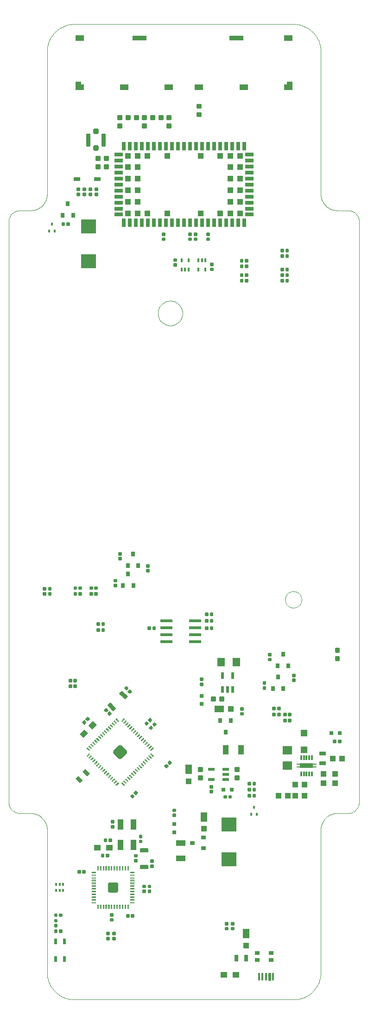
<source format=gtp>
G75*
%MOIN*%
%OFA0B0*%
%FSLAX24Y24*%
%IPPOS*%
%LPD*%
%AMOC8*
5,1,8,0,0,1.08239X$1,22.5*
%
%ADD10C,0.0000*%
%ADD11C,0.0088*%
%ADD12R,0.0551X0.0630*%
%ADD13C,0.0125*%
%ADD14R,0.0450X0.0700*%
%ADD15R,0.0400X0.0400*%
%ADD16R,0.0700X0.0450*%
%ADD17R,0.0870X0.0240*%
%ADD18R,0.0315X0.0315*%
%ADD19R,0.0315X0.0354*%
%ADD20R,0.0217X0.0472*%
%ADD21R,0.0472X0.0217*%
%ADD22R,0.0236X0.0394*%
%ADD23R,0.0118X0.0197*%
%ADD24R,0.1063X0.1004*%
%ADD25R,0.0472X0.0315*%
%ADD26R,0.0117X0.0335*%
%ADD27R,0.0276X0.0110*%
%ADD28R,0.0940X0.0340*%
%ADD29R,0.0433X0.0394*%
%ADD30R,0.0394X0.0433*%
%ADD31R,0.0709X0.0630*%
%ADD32R,0.0512X0.0512*%
%ADD33R,0.0591X0.0394*%
%ADD34R,0.0394X0.0591*%
%ADD35R,0.1024X0.0354*%
%ADD36R,0.0157X0.0276*%
%ADD37R,0.0295X0.0610*%
%ADD38R,0.0610X0.0295*%
%ADD39R,0.0413X0.0413*%
%ADD40R,0.0138X0.0236*%
%ADD41R,0.0472X0.0276*%
%ADD42R,0.0472X0.0394*%
%ADD43R,0.0354X0.0276*%
%ADD44R,0.0157X0.0531*%
%ADD45C,0.0002*%
%ADD46R,0.0354X0.0315*%
%ADD47R,0.0315X0.0472*%
%ADD48R,0.0394X0.0709*%
%ADD49R,0.0709X0.0394*%
%ADD50C,0.0047*%
%ADD51C,0.0004*%
%ADD52C,0.0060*%
%ADD53R,0.0433X0.0748*%
%ADD54C,0.0039*%
%ADD55C,0.0150*%
%ADD56C,0.0200*%
D10*
X012441Y018570D02*
X013229Y018570D01*
X013295Y018568D01*
X013361Y018563D01*
X013427Y018553D01*
X013492Y018540D01*
X013556Y018524D01*
X013619Y018504D01*
X013681Y018480D01*
X013741Y018453D01*
X013800Y018423D01*
X013857Y018389D01*
X013912Y018352D01*
X013965Y018312D01*
X014016Y018270D01*
X014064Y018224D01*
X014110Y018176D01*
X014152Y018125D01*
X014192Y018072D01*
X014229Y018017D01*
X014263Y017960D01*
X014293Y017901D01*
X014320Y017841D01*
X014344Y017779D01*
X014364Y017716D01*
X014380Y017652D01*
X014393Y017587D01*
X014403Y017521D01*
X014408Y017455D01*
X014410Y017389D01*
X014410Y007153D01*
X014409Y007153D02*
X014411Y007067D01*
X014416Y006981D01*
X014426Y006896D01*
X014439Y006811D01*
X014456Y006727D01*
X014476Y006643D01*
X014500Y006561D01*
X014528Y006480D01*
X014559Y006399D01*
X014593Y006321D01*
X014631Y006244D01*
X014673Y006169D01*
X014717Y006095D01*
X014765Y006024D01*
X014816Y005954D01*
X014870Y005887D01*
X014926Y005823D01*
X014986Y005761D01*
X015048Y005701D01*
X015112Y005645D01*
X015179Y005591D01*
X015249Y005540D01*
X015320Y005492D01*
X015393Y005448D01*
X015469Y005406D01*
X015546Y005368D01*
X015624Y005334D01*
X015705Y005303D01*
X015786Y005275D01*
X015868Y005251D01*
X015952Y005231D01*
X016036Y005214D01*
X016121Y005201D01*
X016206Y005191D01*
X016292Y005186D01*
X016378Y005184D01*
X016378Y005185D02*
X032126Y005185D01*
X032126Y005184D02*
X032212Y005186D01*
X032298Y005191D01*
X032383Y005201D01*
X032468Y005214D01*
X032552Y005231D01*
X032636Y005251D01*
X032718Y005275D01*
X032799Y005303D01*
X032880Y005334D01*
X032958Y005368D01*
X033035Y005406D01*
X033111Y005448D01*
X033184Y005492D01*
X033255Y005540D01*
X033325Y005591D01*
X033392Y005645D01*
X033456Y005701D01*
X033518Y005761D01*
X033578Y005823D01*
X033634Y005887D01*
X033688Y005954D01*
X033739Y006024D01*
X033787Y006095D01*
X033831Y006168D01*
X033873Y006244D01*
X033911Y006321D01*
X033945Y006399D01*
X033976Y006480D01*
X034004Y006561D01*
X034028Y006643D01*
X034048Y006727D01*
X034065Y006811D01*
X034078Y006896D01*
X034088Y006981D01*
X034093Y007067D01*
X034095Y007153D01*
X034095Y017389D01*
X034097Y017455D01*
X034102Y017521D01*
X034112Y017587D01*
X034125Y017652D01*
X034141Y017716D01*
X034161Y017779D01*
X034185Y017841D01*
X034212Y017901D01*
X034242Y017960D01*
X034276Y018017D01*
X034313Y018072D01*
X034353Y018125D01*
X034395Y018176D01*
X034441Y018224D01*
X034489Y018270D01*
X034540Y018312D01*
X034593Y018352D01*
X034648Y018389D01*
X034705Y018423D01*
X034764Y018453D01*
X034824Y018480D01*
X034886Y018504D01*
X034949Y018524D01*
X035013Y018540D01*
X035078Y018553D01*
X035144Y018563D01*
X035210Y018568D01*
X035276Y018570D01*
X036063Y018570D01*
X036063Y018571D02*
X036117Y018573D01*
X036170Y018578D01*
X036223Y018587D01*
X036275Y018600D01*
X036327Y018616D01*
X036377Y018636D01*
X036425Y018659D01*
X036472Y018686D01*
X036517Y018715D01*
X036560Y018748D01*
X036600Y018783D01*
X036638Y018821D01*
X036673Y018861D01*
X036706Y018904D01*
X036735Y018949D01*
X036762Y018996D01*
X036785Y019044D01*
X036805Y019094D01*
X036821Y019146D01*
X036834Y019198D01*
X036843Y019251D01*
X036848Y019304D01*
X036850Y019358D01*
X036851Y019358D02*
X036851Y061090D01*
X036850Y061090D02*
X036848Y061144D01*
X036843Y061197D01*
X036834Y061250D01*
X036821Y061302D01*
X036805Y061354D01*
X036785Y061404D01*
X036762Y061452D01*
X036735Y061499D01*
X036706Y061544D01*
X036673Y061587D01*
X036638Y061627D01*
X036600Y061665D01*
X036560Y061700D01*
X036517Y061733D01*
X036472Y061762D01*
X036425Y061789D01*
X036377Y061812D01*
X036327Y061832D01*
X036275Y061848D01*
X036223Y061861D01*
X036170Y061870D01*
X036117Y061875D01*
X036063Y061877D01*
X036063Y061878D02*
X035276Y061878D01*
X035210Y061880D01*
X035144Y061885D01*
X035078Y061895D01*
X035013Y061908D01*
X034949Y061924D01*
X034886Y061944D01*
X034824Y061968D01*
X034764Y061995D01*
X034705Y062025D01*
X034648Y062059D01*
X034593Y062096D01*
X034540Y062136D01*
X034489Y062178D01*
X034441Y062224D01*
X034395Y062272D01*
X034353Y062323D01*
X034313Y062376D01*
X034276Y062431D01*
X034242Y062488D01*
X034212Y062547D01*
X034185Y062607D01*
X034161Y062669D01*
X034141Y062732D01*
X034125Y062796D01*
X034112Y062861D01*
X034102Y062927D01*
X034097Y062993D01*
X034095Y063059D01*
X034095Y073295D01*
X034093Y073381D01*
X034088Y073467D01*
X034078Y073552D01*
X034065Y073637D01*
X034048Y073721D01*
X034028Y073805D01*
X034004Y073887D01*
X033976Y073968D01*
X033945Y074049D01*
X033911Y074127D01*
X033873Y074204D01*
X033831Y074280D01*
X033787Y074353D01*
X033739Y074424D01*
X033688Y074494D01*
X033634Y074561D01*
X033578Y074625D01*
X033518Y074687D01*
X033456Y074747D01*
X033392Y074803D01*
X033325Y074857D01*
X033255Y074908D01*
X033184Y074956D01*
X033111Y075000D01*
X033035Y075042D01*
X032958Y075080D01*
X032880Y075114D01*
X032799Y075145D01*
X032718Y075173D01*
X032636Y075197D01*
X032552Y075217D01*
X032468Y075234D01*
X032383Y075247D01*
X032298Y075257D01*
X032212Y075262D01*
X032126Y075264D01*
X032126Y075263D02*
X016378Y075263D01*
X016378Y075264D02*
X016292Y075262D01*
X016206Y075257D01*
X016121Y075247D01*
X016036Y075234D01*
X015952Y075217D01*
X015868Y075197D01*
X015786Y075173D01*
X015705Y075145D01*
X015624Y075114D01*
X015546Y075080D01*
X015469Y075042D01*
X015394Y075000D01*
X015320Y074956D01*
X015249Y074908D01*
X015179Y074857D01*
X015112Y074803D01*
X015048Y074747D01*
X014986Y074687D01*
X014926Y074625D01*
X014870Y074561D01*
X014816Y074494D01*
X014765Y074424D01*
X014717Y074353D01*
X014673Y074280D01*
X014631Y074204D01*
X014593Y074127D01*
X014559Y074049D01*
X014528Y073968D01*
X014500Y073887D01*
X014476Y073805D01*
X014456Y073721D01*
X014439Y073637D01*
X014426Y073552D01*
X014416Y073467D01*
X014411Y073381D01*
X014409Y073295D01*
X014410Y073295D02*
X014410Y063059D01*
X014408Y062993D01*
X014403Y062927D01*
X014393Y062861D01*
X014380Y062796D01*
X014364Y062732D01*
X014344Y062669D01*
X014320Y062607D01*
X014293Y062547D01*
X014263Y062488D01*
X014229Y062431D01*
X014192Y062376D01*
X014152Y062323D01*
X014110Y062272D01*
X014064Y062224D01*
X014016Y062178D01*
X013965Y062136D01*
X013912Y062096D01*
X013857Y062059D01*
X013800Y062025D01*
X013741Y061995D01*
X013681Y061968D01*
X013619Y061944D01*
X013556Y061924D01*
X013492Y061908D01*
X013427Y061895D01*
X013361Y061885D01*
X013295Y061880D01*
X013229Y061878D01*
X012441Y061878D01*
X012441Y061877D02*
X012387Y061875D01*
X012334Y061870D01*
X012281Y061861D01*
X012229Y061848D01*
X012177Y061832D01*
X012127Y061812D01*
X012079Y061789D01*
X012032Y061762D01*
X011987Y061733D01*
X011944Y061700D01*
X011904Y061665D01*
X011866Y061627D01*
X011831Y061587D01*
X011798Y061544D01*
X011769Y061499D01*
X011742Y061452D01*
X011719Y061404D01*
X011699Y061354D01*
X011683Y061302D01*
X011670Y061250D01*
X011661Y061197D01*
X011656Y061144D01*
X011654Y061090D01*
X011654Y019358D01*
X011656Y019304D01*
X011661Y019251D01*
X011670Y019198D01*
X011683Y019146D01*
X011699Y019094D01*
X011719Y019044D01*
X011742Y018996D01*
X011769Y018949D01*
X011798Y018904D01*
X011831Y018861D01*
X011866Y018821D01*
X011904Y018783D01*
X011944Y018748D01*
X011987Y018715D01*
X012032Y018686D01*
X012079Y018659D01*
X012127Y018636D01*
X012177Y018616D01*
X012229Y018600D01*
X012281Y018587D01*
X012334Y018578D01*
X012387Y018573D01*
X012441Y018571D01*
X031535Y033925D02*
X031537Y033973D01*
X031543Y034021D01*
X031553Y034068D01*
X031566Y034114D01*
X031584Y034159D01*
X031604Y034203D01*
X031629Y034245D01*
X031657Y034284D01*
X031687Y034321D01*
X031721Y034355D01*
X031758Y034387D01*
X031796Y034416D01*
X031837Y034441D01*
X031880Y034463D01*
X031925Y034481D01*
X031971Y034495D01*
X032018Y034506D01*
X032066Y034513D01*
X032114Y034516D01*
X032162Y034515D01*
X032210Y034510D01*
X032258Y034501D01*
X032304Y034489D01*
X032349Y034472D01*
X032393Y034452D01*
X032435Y034429D01*
X032475Y034402D01*
X032513Y034372D01*
X032548Y034339D01*
X032580Y034303D01*
X032610Y034265D01*
X032636Y034224D01*
X032658Y034181D01*
X032678Y034137D01*
X032693Y034092D01*
X032705Y034045D01*
X032713Y033997D01*
X032717Y033949D01*
X032717Y033901D01*
X032713Y033853D01*
X032705Y033805D01*
X032693Y033758D01*
X032678Y033713D01*
X032658Y033669D01*
X032636Y033626D01*
X032610Y033585D01*
X032580Y033547D01*
X032548Y033511D01*
X032513Y033478D01*
X032475Y033448D01*
X032435Y033421D01*
X032393Y033398D01*
X032349Y033378D01*
X032304Y033361D01*
X032258Y033349D01*
X032210Y033340D01*
X032162Y033335D01*
X032114Y033334D01*
X032066Y033337D01*
X032018Y033344D01*
X031971Y033355D01*
X031925Y033369D01*
X031880Y033387D01*
X031837Y033409D01*
X031796Y033434D01*
X031758Y033463D01*
X031721Y033495D01*
X031687Y033529D01*
X031657Y033566D01*
X031629Y033605D01*
X031604Y033647D01*
X031584Y033691D01*
X031566Y033736D01*
X031553Y033782D01*
X031543Y033829D01*
X031537Y033877D01*
X031535Y033925D01*
X022382Y054496D02*
X022384Y054555D01*
X022390Y054614D01*
X022400Y054672D01*
X022413Y054730D01*
X022431Y054787D01*
X022452Y054842D01*
X022477Y054896D01*
X022506Y054948D01*
X022538Y054997D01*
X022573Y055045D01*
X022611Y055090D01*
X022652Y055133D01*
X022696Y055173D01*
X022742Y055209D01*
X022791Y055243D01*
X022842Y055273D01*
X022895Y055300D01*
X022950Y055323D01*
X023005Y055342D01*
X023063Y055358D01*
X023121Y055370D01*
X023179Y055378D01*
X023238Y055382D01*
X023298Y055382D01*
X023357Y055378D01*
X023415Y055370D01*
X023473Y055358D01*
X023531Y055342D01*
X023586Y055323D01*
X023641Y055300D01*
X023694Y055273D01*
X023745Y055243D01*
X023794Y055209D01*
X023840Y055173D01*
X023884Y055133D01*
X023925Y055090D01*
X023963Y055045D01*
X023998Y054997D01*
X024030Y054948D01*
X024059Y054896D01*
X024084Y054842D01*
X024105Y054787D01*
X024123Y054730D01*
X024136Y054672D01*
X024146Y054614D01*
X024152Y054555D01*
X024154Y054496D01*
X024152Y054437D01*
X024146Y054378D01*
X024136Y054320D01*
X024123Y054262D01*
X024105Y054205D01*
X024084Y054150D01*
X024059Y054096D01*
X024030Y054044D01*
X023998Y053995D01*
X023963Y053947D01*
X023925Y053902D01*
X023884Y053859D01*
X023840Y053819D01*
X023794Y053783D01*
X023745Y053749D01*
X023694Y053719D01*
X023641Y053692D01*
X023586Y053669D01*
X023531Y053650D01*
X023473Y053634D01*
X023415Y053622D01*
X023357Y053614D01*
X023298Y053610D01*
X023238Y053610D01*
X023179Y053614D01*
X023121Y053622D01*
X023063Y053634D01*
X023005Y053650D01*
X022950Y053669D01*
X022895Y053692D01*
X022842Y053719D01*
X022791Y053749D01*
X022742Y053783D01*
X022696Y053819D01*
X022652Y053859D01*
X022611Y053902D01*
X022573Y053947D01*
X022538Y053995D01*
X022506Y054044D01*
X022477Y054096D01*
X022452Y054150D01*
X022431Y054205D01*
X022413Y054262D01*
X022400Y054320D01*
X022390Y054378D01*
X022384Y054437D01*
X022382Y054496D01*
D11*
X018778Y065158D02*
X018516Y065158D01*
X018778Y065158D02*
X018778Y064896D01*
X018516Y064896D01*
X018516Y065158D01*
X018516Y064983D02*
X018778Y064983D01*
X018778Y065070D02*
X018516Y065070D01*
X018516Y065157D02*
X018778Y065157D01*
X018778Y065487D02*
X018516Y065487D01*
X018516Y065749D01*
X018778Y065749D01*
X018778Y065487D01*
X018778Y065574D02*
X018516Y065574D01*
X018516Y065661D02*
X018778Y065661D01*
X018778Y065748D02*
X018516Y065748D01*
X018178Y065487D02*
X017916Y065487D01*
X017916Y065749D01*
X018178Y065749D01*
X018178Y065487D01*
X018178Y065574D02*
X017916Y065574D01*
X017916Y065661D02*
X018178Y065661D01*
X018178Y065748D02*
X017916Y065748D01*
X017916Y065158D02*
X018178Y065158D01*
X018178Y064896D01*
X017916Y064896D01*
X017916Y065158D01*
X017916Y064983D02*
X018178Y064983D01*
X018178Y065070D02*
X017916Y065070D01*
X017916Y065157D02*
X018178Y065157D01*
X019495Y067844D02*
X019495Y068106D01*
X019757Y068106D01*
X019757Y067844D01*
X019495Y067844D01*
X019495Y067931D02*
X019757Y067931D01*
X019757Y068018D02*
X019495Y068018D01*
X019495Y068105D02*
X019757Y068105D01*
X019495Y068444D02*
X019495Y068706D01*
X019757Y068706D01*
X019757Y068444D01*
X019495Y068444D01*
X019495Y068531D02*
X019757Y068531D01*
X019757Y068618D02*
X019495Y068618D01*
X019495Y068705D02*
X019757Y068705D01*
X020081Y068439D02*
X020343Y068439D01*
X020081Y068439D02*
X020081Y068701D01*
X020343Y068701D01*
X020343Y068439D01*
X020343Y068526D02*
X020081Y068526D01*
X020081Y068613D02*
X020343Y068613D01*
X020343Y068700D02*
X020081Y068700D01*
X020681Y068439D02*
X020943Y068439D01*
X020681Y068439D02*
X020681Y068701D01*
X020943Y068701D01*
X020943Y068439D01*
X020943Y068526D02*
X020681Y068526D01*
X020681Y068613D02*
X020943Y068613D01*
X020943Y068700D02*
X020681Y068700D01*
X021267Y068706D02*
X021267Y068444D01*
X021267Y068706D02*
X021529Y068706D01*
X021529Y068444D01*
X021267Y068444D01*
X021267Y068531D02*
X021529Y068531D01*
X021529Y068618D02*
X021267Y068618D01*
X021267Y068705D02*
X021529Y068705D01*
X021853Y068439D02*
X022115Y068439D01*
X021853Y068439D02*
X021853Y068701D01*
X022115Y068701D01*
X022115Y068439D01*
X022115Y068526D02*
X021853Y068526D01*
X021853Y068613D02*
X022115Y068613D01*
X022115Y068700D02*
X021853Y068700D01*
X022453Y068439D02*
X022715Y068439D01*
X022453Y068439D02*
X022453Y068701D01*
X022715Y068701D01*
X022715Y068439D01*
X022715Y068526D02*
X022453Y068526D01*
X022453Y068613D02*
X022715Y068613D01*
X022715Y068700D02*
X022453Y068700D01*
X023039Y068706D02*
X023039Y068444D01*
X023039Y068706D02*
X023301Y068706D01*
X023301Y068444D01*
X023039Y068444D01*
X023039Y068531D02*
X023301Y068531D01*
X023301Y068618D02*
X023039Y068618D01*
X023039Y068705D02*
X023301Y068705D01*
X023039Y068106D02*
X023039Y067844D01*
X023039Y068106D02*
X023301Y068106D01*
X023301Y067844D01*
X023039Y067844D01*
X023039Y067931D02*
X023301Y067931D01*
X023301Y068018D02*
X023039Y068018D01*
X023039Y068105D02*
X023301Y068105D01*
X021267Y068106D02*
X021267Y067844D01*
X021267Y068106D02*
X021529Y068106D01*
X021529Y067844D01*
X021267Y067844D01*
X021267Y067931D02*
X021529Y067931D01*
X021529Y068018D02*
X021267Y068018D01*
X021267Y068105D02*
X021529Y068105D01*
X025466Y068651D02*
X025466Y068913D01*
X025466Y068651D02*
X025204Y068651D01*
X025204Y068913D01*
X025466Y068913D01*
X025466Y068738D02*
X025204Y068738D01*
X025204Y068825D02*
X025466Y068825D01*
X025466Y068912D02*
X025204Y068912D01*
X025466Y069251D02*
X025466Y069513D01*
X025466Y069251D02*
X025204Y069251D01*
X025204Y069513D01*
X025466Y069513D01*
X025466Y069338D02*
X025204Y069338D01*
X025204Y069425D02*
X025466Y069425D01*
X025466Y069512D02*
X025204Y069512D01*
X035407Y030419D02*
X035407Y030157D01*
X035145Y030157D01*
X035145Y030419D01*
X035407Y030419D01*
X035407Y030244D02*
X035145Y030244D01*
X035145Y030331D02*
X035407Y030331D01*
X035407Y030418D02*
X035145Y030418D01*
X035407Y029819D02*
X035407Y029557D01*
X035145Y029557D01*
X035145Y029819D01*
X035407Y029819D01*
X035407Y029644D02*
X035145Y029644D01*
X035145Y029731D02*
X035407Y029731D01*
X035407Y029818D02*
X035145Y029818D01*
X027940Y021875D02*
X027940Y021613D01*
X027940Y021875D02*
X028202Y021875D01*
X028202Y021613D01*
X027940Y021613D01*
X027940Y021700D02*
X028202Y021700D01*
X028202Y021787D02*
X027940Y021787D01*
X027940Y021874D02*
X028202Y021874D01*
X027940Y021275D02*
X027940Y021013D01*
X027940Y021275D02*
X028202Y021275D01*
X028202Y021013D01*
X027940Y021013D01*
X027940Y021100D02*
X028202Y021100D01*
X028202Y021187D02*
X027940Y021187D01*
X027940Y021274D02*
X028202Y021274D01*
X025302Y021275D02*
X025302Y021013D01*
X025302Y021275D02*
X025564Y021275D01*
X025564Y021013D01*
X025302Y021013D01*
X025302Y021100D02*
X025564Y021100D01*
X025564Y021187D02*
X025302Y021187D01*
X025302Y021274D02*
X025564Y021274D01*
X025302Y021613D02*
X025302Y021875D01*
X025564Y021875D01*
X025564Y021613D01*
X025302Y021613D01*
X025302Y021700D02*
X025564Y021700D01*
X025564Y021787D02*
X025302Y021787D01*
X025302Y021874D02*
X025564Y021874D01*
X026223Y026668D02*
X026485Y026668D01*
X026223Y026668D02*
X026223Y026930D01*
X026485Y026930D01*
X026485Y026668D01*
X026485Y026755D02*
X026223Y026755D01*
X026223Y026842D02*
X026485Y026842D01*
X026485Y026929D02*
X026223Y026929D01*
X026823Y026668D02*
X027085Y026668D01*
X026823Y026668D02*
X026823Y026930D01*
X027085Y026930D01*
X027085Y026668D01*
X027085Y026755D02*
X026823Y026755D01*
X026823Y026842D02*
X027085Y026842D01*
X027085Y026929D02*
X026823Y026929D01*
D12*
X026929Y029437D03*
X028032Y029437D03*
D13*
X026301Y031815D02*
X026175Y031815D01*
X026175Y031941D01*
X026301Y031941D01*
X026301Y031815D01*
X026301Y031939D02*
X026175Y031939D01*
X025951Y031815D02*
X025825Y031815D01*
X025825Y031941D01*
X025951Y031941D01*
X025951Y031815D01*
X025951Y031939D02*
X025825Y031939D01*
X025825Y032326D02*
X025951Y032326D01*
X025825Y032326D02*
X025825Y032452D01*
X025951Y032452D01*
X025951Y032326D01*
X025951Y032450D02*
X025825Y032450D01*
X025825Y032799D02*
X025951Y032799D01*
X025825Y032799D02*
X025825Y032925D01*
X025951Y032925D01*
X025951Y032799D01*
X025951Y032923D02*
X025825Y032923D01*
X026175Y032799D02*
X026301Y032799D01*
X026175Y032799D02*
X026175Y032925D01*
X026301Y032925D01*
X026301Y032799D01*
X026301Y032923D02*
X026175Y032923D01*
X026175Y032326D02*
X026301Y032326D01*
X026175Y032326D02*
X026175Y032452D01*
X026301Y032452D01*
X026301Y032326D01*
X026301Y032450D02*
X026175Y032450D01*
X025449Y028257D02*
X025449Y028131D01*
X025449Y028257D02*
X025575Y028257D01*
X025575Y028131D01*
X025449Y028131D01*
X025449Y028255D02*
X025575Y028255D01*
X025449Y027907D02*
X025449Y027781D01*
X025449Y027907D02*
X025575Y027907D01*
X025575Y027781D01*
X025449Y027781D01*
X025449Y027905D02*
X025575Y027905D01*
X028488Y026131D02*
X028488Y026005D01*
X028362Y026005D01*
X028362Y026131D01*
X028488Y026131D01*
X028488Y026129D02*
X028362Y026129D01*
X028488Y025781D02*
X028488Y025655D01*
X028362Y025655D01*
X028362Y025781D01*
X028488Y025781D01*
X028488Y025779D02*
X028362Y025779D01*
X029977Y027506D02*
X029977Y027632D01*
X030103Y027632D01*
X030103Y027506D01*
X029977Y027506D01*
X029977Y027630D02*
X030103Y027630D01*
X029977Y027856D02*
X029977Y027982D01*
X030103Y027982D01*
X030103Y027856D01*
X029977Y027856D01*
X029977Y027980D02*
X030103Y027980D01*
X030370Y029553D02*
X030370Y029679D01*
X030496Y029679D01*
X030496Y029553D01*
X030370Y029553D01*
X030370Y029677D02*
X030496Y029677D01*
X030370Y029903D02*
X030370Y030029D01*
X030496Y030029D01*
X030496Y029903D01*
X030370Y029903D01*
X030370Y030027D02*
X030496Y030027D01*
X032229Y028533D02*
X032229Y028407D01*
X032103Y028407D01*
X032103Y028533D01*
X032229Y028533D01*
X032229Y028531D02*
X032103Y028531D01*
X032229Y028183D02*
X032229Y028057D01*
X032103Y028057D01*
X032103Y028183D01*
X032229Y028183D01*
X032229Y028181D02*
X032103Y028181D01*
X031144Y026027D02*
X031018Y026027D01*
X031018Y026153D01*
X031144Y026153D01*
X031144Y026027D01*
X031144Y026151D02*
X031018Y026151D01*
X030794Y026027D02*
X030668Y026027D01*
X030668Y026153D01*
X030794Y026153D01*
X030794Y026027D01*
X030794Y026151D02*
X030668Y026151D01*
X030668Y025720D02*
X030794Y025720D01*
X030794Y025594D01*
X030668Y025594D01*
X030668Y025720D01*
X030668Y025718D02*
X030794Y025718D01*
X031018Y025720D02*
X031144Y025720D01*
X031144Y025594D01*
X031018Y025594D01*
X031018Y025720D01*
X031018Y025718D02*
X031144Y025718D01*
X031455Y025720D02*
X031581Y025720D01*
X031581Y025594D01*
X031455Y025594D01*
X031455Y025720D01*
X031455Y025718D02*
X031581Y025718D01*
X031805Y025720D02*
X031931Y025720D01*
X031931Y025594D01*
X031805Y025594D01*
X031805Y025720D01*
X031805Y025718D02*
X031931Y025718D01*
X031931Y025161D02*
X031805Y025161D01*
X031805Y025287D01*
X031931Y025287D01*
X031931Y025161D01*
X031931Y025285D02*
X031805Y025285D01*
X031581Y025161D02*
X031455Y025161D01*
X031455Y025287D01*
X031581Y025287D01*
X031581Y025161D01*
X031581Y025285D02*
X031455Y025285D01*
X029372Y020633D02*
X029246Y020633D01*
X029246Y020759D01*
X029372Y020759D01*
X029372Y020633D01*
X029372Y020757D02*
X029246Y020757D01*
X029022Y020633D02*
X028896Y020633D01*
X028896Y020759D01*
X029022Y020759D01*
X029022Y020633D01*
X029022Y020757D02*
X028896Y020757D01*
X028896Y020326D02*
X029022Y020326D01*
X029022Y020200D01*
X028896Y020200D01*
X028896Y020326D01*
X028896Y020324D02*
X029022Y020324D01*
X029246Y020326D02*
X029372Y020326D01*
X029372Y020200D01*
X029246Y020200D01*
X029246Y020326D01*
X029246Y020324D02*
X029372Y020324D01*
X029372Y019767D02*
X029246Y019767D01*
X029246Y019893D01*
X029372Y019893D01*
X029372Y019767D01*
X029372Y019891D02*
X029246Y019891D01*
X029022Y019767D02*
X028896Y019767D01*
X028896Y019893D01*
X029022Y019893D01*
X029022Y019767D01*
X029022Y019891D02*
X028896Y019891D01*
X027640Y019815D02*
X027514Y019815D01*
X027640Y019815D02*
X027640Y019689D01*
X027514Y019689D01*
X027514Y019815D01*
X027514Y019813D02*
X027640Y019813D01*
X027290Y019815D02*
X027164Y019815D01*
X027290Y019815D02*
X027290Y019689D01*
X027164Y019689D01*
X027164Y019815D01*
X027164Y019813D02*
X027290Y019813D01*
X026158Y020065D02*
X026158Y020191D01*
X026284Y020191D01*
X026284Y020065D01*
X026158Y020065D01*
X026158Y020189D02*
X026284Y020189D01*
X026158Y020415D02*
X026158Y020541D01*
X026284Y020541D01*
X026284Y020415D01*
X026158Y020415D01*
X026158Y020539D02*
X026284Y020539D01*
X023500Y018848D02*
X023500Y018722D01*
X023500Y018848D02*
X023626Y018848D01*
X023626Y018722D01*
X023500Y018722D01*
X023500Y018846D02*
X023626Y018846D01*
X023500Y018498D02*
X023500Y018372D01*
X023500Y018498D02*
X023626Y018498D01*
X023626Y018372D01*
X023500Y018372D01*
X023500Y018496D02*
X023626Y018496D01*
X021205Y016958D02*
X021205Y016832D01*
X021079Y016832D01*
X021079Y016958D01*
X021205Y016958D01*
X021205Y016956D02*
X021079Y016956D01*
X021205Y016608D02*
X021205Y016482D01*
X021079Y016482D01*
X021079Y016608D01*
X021205Y016608D01*
X021205Y016606D02*
X021079Y016606D01*
X020725Y015580D02*
X020725Y015454D01*
X020725Y015580D02*
X020851Y015580D01*
X020851Y015454D01*
X020725Y015454D01*
X020725Y015578D02*
X020851Y015578D01*
X020725Y015230D02*
X020725Y015104D01*
X020725Y015230D02*
X020851Y015230D01*
X020851Y015104D01*
X020725Y015104D01*
X020725Y015228D02*
X020851Y015228D01*
X021906Y015186D02*
X021906Y015060D01*
X021906Y015186D02*
X022032Y015186D01*
X022032Y015060D01*
X021906Y015060D01*
X021906Y015184D02*
X022032Y015184D01*
X021906Y014836D02*
X021906Y014710D01*
X021906Y014836D02*
X022032Y014836D01*
X022032Y014710D01*
X021906Y014710D01*
X021906Y014834D02*
X022032Y014834D01*
X021835Y013375D02*
X021835Y013249D01*
X021709Y013249D01*
X021709Y013375D01*
X021835Y013375D01*
X021835Y013373D02*
X021709Y013373D01*
X021315Y013375D02*
X021315Y013249D01*
X021315Y013375D02*
X021441Y013375D01*
X021441Y013249D01*
X021315Y013249D01*
X021315Y013373D02*
X021441Y013373D01*
X021315Y013025D02*
X021315Y012899D01*
X021315Y013025D02*
X021441Y013025D01*
X021441Y012899D01*
X021315Y012899D01*
X021315Y013023D02*
X021441Y013023D01*
X021835Y013025D02*
X021835Y012899D01*
X021709Y012899D01*
X021709Y013025D01*
X021835Y013025D01*
X021835Y013023D02*
X021709Y013023D01*
X020632Y011271D02*
X020506Y011271D01*
X020632Y011271D02*
X020632Y011145D01*
X020506Y011145D01*
X020506Y011271D01*
X020506Y011269D02*
X020632Y011269D01*
X020282Y011271D02*
X020156Y011271D01*
X020282Y011271D02*
X020282Y011145D01*
X020156Y011145D01*
X020156Y011271D01*
X020156Y011269D02*
X020282Y011269D01*
X018992Y011202D02*
X018992Y011328D01*
X019118Y011328D01*
X019118Y011202D01*
X018992Y011202D01*
X018992Y011326D02*
X019118Y011326D01*
X018992Y010978D02*
X018992Y010852D01*
X018992Y010978D02*
X019118Y010978D01*
X019118Y010852D01*
X018992Y010852D01*
X018992Y010976D02*
X019118Y010976D01*
X019150Y009990D02*
X019150Y009864D01*
X019150Y009990D02*
X019276Y009990D01*
X019276Y009864D01*
X019150Y009864D01*
X019150Y009988D02*
X019276Y009988D01*
X019150Y009640D02*
X019150Y009514D01*
X019150Y009640D02*
X019276Y009640D01*
X019276Y009514D01*
X019150Y009514D01*
X019150Y009638D02*
X019276Y009638D01*
X018843Y009640D02*
X018843Y009514D01*
X018717Y009514D01*
X018717Y009640D01*
X018843Y009640D01*
X018843Y009638D02*
X018717Y009638D01*
X018843Y009864D02*
X018843Y009990D01*
X018843Y009864D02*
X018717Y009864D01*
X018717Y009990D01*
X018843Y009990D01*
X018843Y009988D02*
X018717Y009988D01*
X017128Y014295D02*
X017002Y014295D01*
X017002Y014421D01*
X017128Y014421D01*
X017128Y014295D01*
X017128Y014419D02*
X017002Y014419D01*
X016778Y014295D02*
X016652Y014295D01*
X016652Y014421D01*
X016778Y014421D01*
X016778Y014295D01*
X016778Y014419D02*
X016652Y014419D01*
X018345Y015602D02*
X018471Y015602D01*
X018471Y015476D01*
X018345Y015476D01*
X018345Y015602D01*
X018345Y015600D02*
X018471Y015600D01*
X018695Y015602D02*
X018821Y015602D01*
X018821Y015476D01*
X018695Y015476D01*
X018695Y015602D01*
X018695Y015600D02*
X018821Y015600D01*
X018892Y016704D02*
X019018Y016704D01*
X019018Y016578D01*
X018892Y016578D01*
X018892Y016704D01*
X018892Y016702D02*
X019018Y016702D01*
X018668Y016704D02*
X018542Y016704D01*
X018668Y016704D02*
X018668Y016578D01*
X018542Y016578D01*
X018542Y016704D01*
X018542Y016702D02*
X018668Y016702D01*
X019197Y017545D02*
X019197Y017671D01*
X019197Y017545D02*
X019071Y017545D01*
X019071Y017671D01*
X019197Y017671D01*
X019197Y017669D02*
X019071Y017669D01*
X019197Y017895D02*
X019197Y018021D01*
X019197Y017895D02*
X019071Y017895D01*
X019071Y018021D01*
X019197Y018021D01*
X019197Y018019D02*
X019071Y018019D01*
X020546Y019696D02*
X020635Y019785D01*
X020546Y019696D02*
X020457Y019785D01*
X020546Y019874D01*
X020635Y019785D01*
X020600Y019820D02*
X020492Y019820D01*
X020793Y019944D02*
X020882Y020033D01*
X020793Y019944D02*
X020704Y020033D01*
X020793Y020122D01*
X020882Y020033D01*
X020847Y020068D02*
X020739Y020068D01*
X022898Y021951D02*
X022987Y022040D01*
X023076Y021951D01*
X022987Y021862D01*
X022898Y021951D01*
X022933Y021986D02*
X023041Y021986D01*
X023145Y022198D02*
X023234Y022287D01*
X023323Y022198D01*
X023234Y022109D01*
X023145Y022198D01*
X023180Y022233D02*
X023288Y022233D01*
X021795Y024707D02*
X021884Y024796D01*
X021973Y024707D01*
X021884Y024618D01*
X021795Y024707D01*
X021830Y024742D02*
X021938Y024742D01*
X022043Y024954D02*
X022132Y025043D01*
X022221Y024954D01*
X022132Y024865D01*
X022043Y024954D01*
X022078Y024989D02*
X022186Y024989D01*
X021817Y025358D02*
X021728Y025269D01*
X021817Y025358D02*
X021906Y025269D01*
X021817Y025180D01*
X021728Y025269D01*
X021763Y025304D02*
X021871Y025304D01*
X021569Y025111D02*
X021480Y025022D01*
X021569Y025111D02*
X021658Y025022D01*
X021569Y024933D01*
X021480Y025022D01*
X021515Y025057D02*
X021623Y025057D01*
X020360Y027216D02*
X020271Y027305D01*
X020360Y027394D01*
X020449Y027305D01*
X020360Y027216D01*
X020414Y027340D02*
X020306Y027340D01*
X020113Y027463D02*
X020024Y027552D01*
X020113Y027641D01*
X020202Y027552D01*
X020113Y027463D01*
X020167Y027587D02*
X020059Y027587D01*
X018656Y026067D02*
X018745Y025978D01*
X018656Y025889D01*
X018567Y025978D01*
X018656Y026067D01*
X018710Y026013D02*
X018602Y026013D01*
X018904Y025819D02*
X018993Y025730D01*
X018904Y025641D01*
X018815Y025730D01*
X018904Y025819D01*
X018958Y025765D02*
X018850Y025765D01*
X017329Y025437D02*
X017240Y025348D01*
X017329Y025437D02*
X017418Y025348D01*
X017329Y025259D01*
X017240Y025348D01*
X017275Y025383D02*
X017383Y025383D01*
X017081Y025189D02*
X016992Y025100D01*
X017081Y025189D02*
X017170Y025100D01*
X017081Y025011D01*
X016992Y025100D01*
X017027Y025135D02*
X017135Y025135D01*
X016498Y027641D02*
X016372Y027641D01*
X016372Y027767D01*
X016498Y027767D01*
X016498Y027641D01*
X016498Y027765D02*
X016372Y027765D01*
X016148Y027641D02*
X016022Y027641D01*
X016022Y027767D01*
X016148Y027767D01*
X016148Y027641D01*
X016148Y027765D02*
X016022Y027765D01*
X016022Y028035D02*
X016148Y028035D01*
X016022Y028035D02*
X016022Y028161D01*
X016148Y028161D01*
X016148Y028035D01*
X016148Y028159D02*
X016022Y028159D01*
X016372Y028035D02*
X016498Y028035D01*
X016372Y028035D02*
X016372Y028161D01*
X016498Y028161D01*
X016498Y028035D01*
X016498Y028159D02*
X016372Y028159D01*
X018030Y031783D02*
X018156Y031783D01*
X018156Y031657D01*
X018030Y031657D01*
X018030Y031783D01*
X018030Y031781D02*
X018156Y031781D01*
X018380Y031783D02*
X018506Y031783D01*
X018506Y031657D01*
X018380Y031657D01*
X018380Y031783D01*
X018380Y031781D02*
X018506Y031781D01*
X018506Y032090D02*
X018380Y032090D01*
X018380Y032216D01*
X018506Y032216D01*
X018506Y032090D01*
X018506Y032214D02*
X018380Y032214D01*
X018156Y032090D02*
X018030Y032090D01*
X018030Y032216D01*
X018156Y032216D01*
X018156Y032090D01*
X018156Y032214D02*
X018030Y032214D01*
X017994Y034256D02*
X017868Y034256D01*
X017868Y034382D01*
X017994Y034382D01*
X017994Y034256D01*
X017994Y034380D02*
X017868Y034380D01*
X017644Y034256D02*
X017518Y034256D01*
X017518Y034382D01*
X017644Y034382D01*
X017644Y034256D01*
X017644Y034380D02*
X017518Y034380D01*
X017518Y034815D02*
X017644Y034815D01*
X017644Y034689D01*
X017518Y034689D01*
X017518Y034815D01*
X017518Y034813D02*
X017644Y034813D01*
X017868Y034815D02*
X017994Y034815D01*
X017994Y034689D01*
X017868Y034689D01*
X017868Y034815D01*
X017868Y034813D02*
X017994Y034813D01*
X016852Y034689D02*
X016726Y034689D01*
X016726Y034815D01*
X016852Y034815D01*
X016852Y034689D01*
X016852Y034813D02*
X016726Y034813D01*
X016502Y034689D02*
X016376Y034689D01*
X016376Y034815D01*
X016502Y034815D01*
X016502Y034689D01*
X016502Y034813D02*
X016376Y034813D01*
X016376Y034382D02*
X016502Y034382D01*
X016502Y034256D01*
X016376Y034256D01*
X016376Y034382D01*
X016376Y034380D02*
X016502Y034380D01*
X016726Y034382D02*
X016852Y034382D01*
X016852Y034256D01*
X016726Y034256D01*
X016726Y034382D01*
X016726Y034380D02*
X016852Y034380D01*
X014670Y034403D02*
X014670Y034277D01*
X014544Y034277D01*
X014544Y034403D01*
X014670Y034403D01*
X014670Y034401D02*
X014544Y034401D01*
X014670Y034627D02*
X014670Y034753D01*
X014670Y034627D02*
X014544Y034627D01*
X014544Y034753D01*
X014670Y034753D01*
X014670Y034751D02*
X014544Y034751D01*
X014276Y034753D02*
X014276Y034627D01*
X014150Y034627D01*
X014150Y034753D01*
X014276Y034753D01*
X014276Y034751D02*
X014150Y034751D01*
X014276Y034403D02*
X014276Y034277D01*
X014150Y034277D01*
X014150Y034403D01*
X014276Y034403D01*
X014276Y034401D02*
X014150Y034401D01*
X019268Y034868D02*
X019268Y034994D01*
X019394Y034994D01*
X019394Y034868D01*
X019268Y034868D01*
X019268Y034992D02*
X019394Y034992D01*
X019268Y035218D02*
X019268Y035344D01*
X019394Y035344D01*
X019394Y035218D01*
X019268Y035218D01*
X019268Y035342D02*
X019394Y035342D01*
X019583Y036797D02*
X019583Y036923D01*
X019709Y036923D01*
X019709Y036797D01*
X019583Y036797D01*
X019583Y036921D02*
X019709Y036921D01*
X019583Y037147D02*
X019583Y037273D01*
X019709Y037273D01*
X019709Y037147D01*
X019583Y037147D01*
X019583Y037271D02*
X019709Y037271D01*
X021717Y036407D02*
X021717Y036281D01*
X021591Y036281D01*
X021591Y036407D01*
X021717Y036407D01*
X021717Y036405D02*
X021591Y036405D01*
X021717Y036057D02*
X021717Y035931D01*
X021591Y035931D01*
X021591Y036057D01*
X021717Y036057D01*
X021717Y036055D02*
X021591Y036055D01*
X021691Y031815D02*
X021817Y031815D01*
X021691Y031815D02*
X021691Y031941D01*
X021817Y031941D01*
X021817Y031815D01*
X021817Y031939D02*
X021691Y031939D01*
X022041Y031815D02*
X022167Y031815D01*
X022041Y031815D02*
X022041Y031941D01*
X022167Y031941D01*
X022167Y031815D01*
X022167Y031939D02*
X022041Y031939D01*
X035038Y023665D02*
X035164Y023665D01*
X035038Y023665D02*
X035038Y023791D01*
X035164Y023791D01*
X035164Y023665D01*
X035164Y023789D02*
X035038Y023789D01*
X035388Y023665D02*
X035514Y023665D01*
X035388Y023665D02*
X035388Y023791D01*
X035514Y023791D01*
X035514Y023665D01*
X035514Y023789D02*
X035388Y023789D01*
X027819Y010698D02*
X027819Y010572D01*
X027693Y010572D01*
X027693Y010698D01*
X027819Y010698D01*
X027819Y010696D02*
X027693Y010696D01*
X027260Y010698D02*
X027260Y010572D01*
X027260Y010698D02*
X027386Y010698D01*
X027386Y010572D01*
X027260Y010572D01*
X027260Y010696D02*
X027386Y010696D01*
X027260Y010348D02*
X027260Y010222D01*
X027260Y010348D02*
X027386Y010348D01*
X027386Y010222D01*
X027260Y010222D01*
X027260Y010346D02*
X027386Y010346D01*
X027819Y010348D02*
X027819Y010222D01*
X027693Y010222D01*
X027693Y010348D01*
X027819Y010348D01*
X027819Y010346D02*
X027693Y010346D01*
X015455Y010043D02*
X015329Y010043D01*
X015329Y010169D01*
X015455Y010169D01*
X015455Y010043D01*
X015455Y010167D02*
X015329Y010167D01*
X015105Y010043D02*
X014979Y010043D01*
X014979Y010169D01*
X015105Y010169D01*
X015105Y010043D01*
X015105Y010167D02*
X014979Y010167D01*
X015103Y010439D02*
X015103Y010565D01*
X015103Y010439D02*
X014977Y010439D01*
X014977Y010565D01*
X015103Y010565D01*
X015103Y010563D02*
X014977Y010563D01*
X015103Y010789D02*
X015103Y010915D01*
X015103Y010789D02*
X014977Y010789D01*
X014977Y010915D01*
X015103Y010915D01*
X015103Y010913D02*
X014977Y010913D01*
X014979Y011185D02*
X015105Y011185D01*
X014979Y011185D02*
X014979Y011311D01*
X015105Y011311D01*
X015105Y011185D01*
X015105Y011309D02*
X014979Y011309D01*
X015329Y011185D02*
X015455Y011185D01*
X015329Y011185D02*
X015329Y011311D01*
X015455Y011311D01*
X015455Y011185D01*
X015455Y011309D02*
X015329Y011309D01*
X028345Y056775D02*
X028471Y056775D01*
X028345Y056775D02*
X028345Y056901D01*
X028471Y056901D01*
X028471Y056775D01*
X028471Y056899D02*
X028345Y056899D01*
X028345Y057295D02*
X028471Y057295D01*
X028471Y057169D01*
X028345Y057169D01*
X028345Y057295D01*
X028345Y057293D02*
X028471Y057293D01*
X028695Y057295D02*
X028821Y057295D01*
X028821Y057169D01*
X028695Y057169D01*
X028695Y057295D01*
X028695Y057293D02*
X028821Y057293D01*
X028821Y056775D02*
X028695Y056775D01*
X028695Y056901D01*
X028821Y056901D01*
X028821Y056775D01*
X028821Y056899D02*
X028695Y056899D01*
X028695Y057925D02*
X028821Y057925D01*
X028821Y057799D01*
X028695Y057799D01*
X028695Y057925D01*
X028695Y057923D02*
X028821Y057923D01*
X028821Y058193D02*
X028695Y058193D01*
X028695Y058319D01*
X028821Y058319D01*
X028821Y058193D01*
X028821Y058317D02*
X028695Y058317D01*
X028471Y058193D02*
X028345Y058193D01*
X028345Y058319D01*
X028471Y058319D01*
X028471Y058193D01*
X028471Y058317D02*
X028345Y058317D01*
X028345Y057925D02*
X028471Y057925D01*
X028471Y057799D01*
X028345Y057799D01*
X028345Y057925D01*
X028345Y057923D02*
X028471Y057923D01*
X026197Y057934D02*
X026197Y058060D01*
X026323Y058060D01*
X026323Y057934D01*
X026197Y057934D01*
X026197Y058058D02*
X026323Y058058D01*
X026197Y057710D02*
X026197Y057584D01*
X026197Y057710D02*
X026323Y057710D01*
X026323Y057584D01*
X026197Y057584D01*
X026197Y057708D02*
X026323Y057708D01*
X025922Y059750D02*
X025922Y059876D01*
X026048Y059876D01*
X026048Y059750D01*
X025922Y059750D01*
X025922Y059874D02*
X026048Y059874D01*
X025922Y060100D02*
X025922Y060226D01*
X026048Y060226D01*
X026048Y060100D01*
X025922Y060100D01*
X025922Y060224D02*
X026048Y060224D01*
X025142Y060226D02*
X025142Y060100D01*
X025016Y060100D01*
X025016Y060226D01*
X025142Y060226D01*
X025142Y060224D02*
X025016Y060224D01*
X024622Y060226D02*
X024622Y060100D01*
X024622Y060226D02*
X024748Y060226D01*
X024748Y060100D01*
X024622Y060100D01*
X024622Y060224D02*
X024748Y060224D01*
X024622Y059876D02*
X024622Y059750D01*
X024622Y059876D02*
X024748Y059876D01*
X024748Y059750D01*
X024622Y059750D01*
X024622Y059874D02*
X024748Y059874D01*
X025142Y059876D02*
X025142Y059750D01*
X025016Y059750D01*
X025016Y059876D01*
X025142Y059876D01*
X025142Y059874D02*
X025016Y059874D01*
X023685Y058375D02*
X023685Y058249D01*
X023559Y058249D01*
X023559Y058375D01*
X023685Y058375D01*
X023685Y058373D02*
X023559Y058373D01*
X023685Y058025D02*
X023685Y057899D01*
X023559Y057899D01*
X023559Y058025D01*
X023685Y058025D01*
X023685Y058023D02*
X023559Y058023D01*
X022733Y059750D02*
X022733Y059876D01*
X022859Y059876D01*
X022859Y059750D01*
X022733Y059750D01*
X022733Y059874D02*
X022859Y059874D01*
X022733Y060100D02*
X022733Y060226D01*
X022859Y060226D01*
X022859Y060100D01*
X022733Y060100D01*
X022733Y060224D02*
X022859Y060224D01*
X018016Y062978D02*
X018016Y063104D01*
X018016Y062978D02*
X017890Y062978D01*
X017890Y063104D01*
X018016Y063104D01*
X018016Y063102D02*
X017890Y063102D01*
X018016Y063328D02*
X018016Y063454D01*
X018016Y063328D02*
X017890Y063328D01*
X017890Y063454D01*
X018016Y063454D01*
X018016Y063452D02*
X017890Y063452D01*
X017583Y063454D02*
X017583Y063328D01*
X017457Y063328D01*
X017457Y063454D01*
X017583Y063454D01*
X017583Y063452D02*
X017457Y063452D01*
X017150Y063454D02*
X017150Y063328D01*
X017024Y063328D01*
X017024Y063454D01*
X017150Y063454D01*
X017150Y063452D02*
X017024Y063452D01*
X016717Y063454D02*
X016717Y063328D01*
X016591Y063328D01*
X016591Y063454D01*
X016717Y063454D01*
X016717Y063452D02*
X016591Y063452D01*
X016717Y063104D02*
X016717Y062978D01*
X016591Y062978D01*
X016591Y063104D01*
X016717Y063104D01*
X016717Y063102D02*
X016591Y063102D01*
X017150Y063104D02*
X017150Y062978D01*
X017024Y062978D01*
X017024Y063104D01*
X017150Y063104D01*
X017150Y063102D02*
X017024Y063102D01*
X017583Y063104D02*
X017583Y062978D01*
X017457Y062978D01*
X017457Y063104D01*
X017583Y063104D01*
X017583Y063102D02*
X017457Y063102D01*
X015986Y060956D02*
X015860Y060956D01*
X015986Y060956D02*
X015986Y060830D01*
X015860Y060830D01*
X015860Y060956D01*
X015860Y060954D02*
X015986Y060954D01*
X015636Y060956D02*
X015510Y060956D01*
X015636Y060956D02*
X015636Y060830D01*
X015510Y060830D01*
X015510Y060956D01*
X015510Y060954D02*
X015636Y060954D01*
X031258Y058941D02*
X031384Y058941D01*
X031258Y058941D02*
X031258Y059067D01*
X031384Y059067D01*
X031384Y058941D01*
X031384Y059065D02*
X031258Y059065D01*
X031608Y058941D02*
X031734Y058941D01*
X031608Y058941D02*
X031608Y059067D01*
X031734Y059067D01*
X031734Y058941D01*
X031734Y059065D02*
X031608Y059065D01*
X031608Y058673D02*
X031734Y058673D01*
X031734Y058547D01*
X031608Y058547D01*
X031608Y058673D01*
X031608Y058671D02*
X031734Y058671D01*
X031384Y058673D02*
X031258Y058673D01*
X031384Y058673D02*
X031384Y058547D01*
X031258Y058547D01*
X031258Y058673D01*
X031258Y058671D02*
X031384Y058671D01*
X031384Y057689D02*
X031258Y057689D01*
X031384Y057689D02*
X031384Y057563D01*
X031258Y057563D01*
X031258Y057689D01*
X031258Y057687D02*
X031384Y057687D01*
X031608Y057689D02*
X031734Y057689D01*
X031734Y057563D01*
X031608Y057563D01*
X031608Y057689D01*
X031608Y057687D02*
X031734Y057687D01*
X031734Y057295D02*
X031608Y057295D01*
X031734Y057295D02*
X031734Y057169D01*
X031608Y057169D01*
X031608Y057295D01*
X031608Y057293D02*
X031734Y057293D01*
X031384Y057295D02*
X031258Y057295D01*
X031384Y057295D02*
X031384Y057169D01*
X031258Y057169D01*
X031258Y057295D01*
X031258Y057293D02*
X031384Y057293D01*
X031384Y056775D02*
X031258Y056775D01*
X031258Y056901D01*
X031384Y056901D01*
X031384Y056775D01*
X031384Y056899D02*
X031258Y056899D01*
X031608Y056775D02*
X031734Y056775D01*
X031608Y056775D02*
X031608Y056901D01*
X031734Y056901D01*
X031734Y056775D01*
X031734Y056899D02*
X031608Y056899D01*
D14*
X024607Y021716D03*
X025689Y018310D03*
X028740Y009924D03*
D15*
X028740Y009074D03*
X025689Y017460D03*
X024607Y020866D03*
X027630Y026067D03*
D16*
X026780Y026067D03*
D17*
X025058Y030883D03*
X025058Y031383D03*
X025058Y031883D03*
X025058Y032383D03*
X022998Y032383D03*
X022998Y031883D03*
X022998Y031383D03*
X022998Y030883D03*
D18*
X025512Y027015D03*
X025512Y026425D03*
X027107Y020263D03*
X027697Y020263D03*
X023563Y017783D03*
X023563Y017193D03*
X034862Y024319D03*
X035453Y024319D03*
D19*
X031398Y027547D03*
X030650Y027547D03*
X031024Y028374D03*
X031004Y029161D03*
X031752Y029161D03*
X031378Y029988D03*
X027618Y025224D03*
X027244Y024397D03*
X026870Y025224D03*
X020610Y034948D03*
X019862Y034948D03*
X020236Y035775D03*
X020217Y036366D03*
X020965Y036366D03*
X020591Y037193D03*
X016280Y061523D03*
X015906Y062350D03*
X015532Y061523D03*
D20*
X027012Y028476D03*
X027760Y028476D03*
X027760Y027452D03*
X027386Y027452D03*
X027012Y027452D03*
D21*
X027244Y021740D03*
X027244Y021366D03*
X027244Y020992D03*
X026221Y020992D03*
X026221Y021740D03*
D22*
X015670Y009358D03*
X015040Y009358D03*
X015040Y008098D03*
X015670Y008098D03*
D23*
X015571Y013039D03*
X015315Y013039D03*
X015059Y013039D03*
X015059Y013472D03*
X015315Y013472D03*
X015571Y013472D03*
D24*
X027500Y015256D03*
X027500Y017752D03*
X017402Y058248D03*
X017402Y060744D03*
D25*
X034213Y022862D03*
X034213Y022153D03*
D26*
X033465Y022576D03*
X033268Y022576D03*
X033071Y022576D03*
X032874Y022576D03*
X032677Y022576D03*
X032677Y021415D03*
X032874Y021415D03*
X033071Y021415D03*
X033268Y021415D03*
X033465Y021415D03*
D27*
X033662Y021897D03*
X033662Y022094D03*
X032481Y022094D03*
X032481Y021897D03*
D28*
X033071Y021996D03*
D29*
X032914Y020637D03*
X032244Y020637D03*
X032244Y019830D03*
X031713Y019830D03*
X031044Y019830D03*
X032914Y019830D03*
X034961Y022507D03*
X035630Y022507D03*
D30*
X035118Y021385D03*
X035118Y020716D03*
X034292Y020716D03*
X034292Y021385D03*
D31*
X031693Y021996D03*
X031693Y023098D03*
D32*
X032874Y023137D03*
X032874Y024319D03*
D33*
X031752Y070736D03*
X031752Y074279D03*
X028542Y070736D03*
X025333Y070736D03*
X023172Y070736D03*
X019963Y070736D03*
X016752Y070736D03*
X016752Y074279D03*
D34*
X016654Y070834D03*
X031851Y070834D03*
D35*
X028024Y074279D03*
X021048Y074279D03*
D36*
X024075Y058315D03*
X024587Y058315D03*
X024587Y057645D03*
X024331Y057645D03*
X024075Y057645D03*
X025296Y057645D03*
X025807Y057645D03*
X025807Y058315D03*
X025551Y058315D03*
X025296Y058315D03*
D37*
X025118Y060992D03*
X024685Y060992D03*
X024252Y060992D03*
X023819Y060992D03*
X023386Y060992D03*
X022953Y060992D03*
X022520Y060992D03*
X022087Y060992D03*
X021654Y060992D03*
X021221Y060992D03*
X020788Y060992D03*
X020355Y060992D03*
X019922Y060992D03*
X019922Y066484D03*
X020355Y066484D03*
X020788Y066484D03*
X021221Y066484D03*
X021654Y066484D03*
X022087Y066484D03*
X022520Y066484D03*
X022953Y066484D03*
X023386Y066484D03*
X023819Y066484D03*
X024252Y066484D03*
X024685Y066484D03*
X025118Y066484D03*
X025551Y066484D03*
X025985Y066484D03*
X026418Y066484D03*
X026851Y066484D03*
X027284Y066484D03*
X027717Y066484D03*
X028150Y066484D03*
X028583Y066484D03*
X028583Y060992D03*
X028150Y060992D03*
X027717Y060992D03*
X027284Y060992D03*
X026851Y060992D03*
X026418Y060992D03*
X025985Y060992D03*
X025551Y060992D03*
D38*
X028957Y061582D03*
X028957Y062015D03*
X028957Y062448D03*
X028957Y062881D03*
X028957Y063315D03*
X028957Y063748D03*
X028957Y064181D03*
X028957Y064614D03*
X028957Y065047D03*
X028957Y065480D03*
X028957Y065913D03*
X019548Y065913D03*
X019548Y065480D03*
X019548Y065047D03*
X019548Y064614D03*
X019548Y064181D03*
X019548Y063748D03*
X019548Y063315D03*
X019548Y062881D03*
X019548Y062448D03*
X019548Y062015D03*
X019548Y061582D03*
D39*
X020217Y061681D03*
X020925Y061681D03*
X020925Y062507D03*
X020217Y062507D03*
X020217Y063334D03*
X020925Y063334D03*
X020925Y064161D03*
X020217Y064161D03*
X020217Y064988D03*
X020925Y064988D03*
X020925Y065815D03*
X020217Y065815D03*
X021634Y065815D03*
X023051Y065815D03*
X025453Y065815D03*
X026870Y065815D03*
X027579Y065815D03*
X027579Y064988D03*
X027579Y064161D03*
X027579Y063334D03*
X027579Y062507D03*
X027579Y061681D03*
X026870Y061681D03*
X025453Y061681D03*
X023051Y061681D03*
X021634Y061681D03*
X028288Y061681D03*
X028288Y062507D03*
X028288Y063334D03*
X028288Y064161D03*
X028288Y064988D03*
X028288Y065815D03*
D40*
X014961Y060402D03*
X014567Y060402D03*
X014764Y060912D03*
X029292Y019003D03*
X029488Y018493D03*
X029095Y018493D03*
D41*
X018012Y064122D03*
X016555Y064122D03*
D42*
G36*
X017363Y024873D02*
X017696Y025206D01*
X017975Y024927D01*
X017642Y024594D01*
X017363Y024873D01*
G37*
G36*
X016750Y024261D02*
X017083Y024594D01*
X017362Y024315D01*
X017029Y023982D01*
X016750Y024261D01*
G37*
X018032Y016090D03*
X018898Y016090D03*
X027126Y006956D03*
X027992Y006956D03*
D43*
X029528Y008019D03*
X029528Y008531D03*
X030532Y008531D03*
X030532Y008019D03*
D44*
X030670Y006828D03*
X030158Y006828D03*
X029902Y006828D03*
X029646Y006828D03*
D45*
X030491Y007092D02*
X030491Y006564D01*
X030337Y006564D01*
X030337Y007092D01*
X030491Y007092D01*
X030491Y006565D02*
X030337Y006565D01*
X030337Y006566D02*
X030491Y006566D01*
X030491Y006567D02*
X030337Y006567D01*
X030337Y006568D02*
X030491Y006568D01*
X030491Y006569D02*
X030337Y006569D01*
X030337Y006570D02*
X030491Y006570D01*
X030491Y006571D02*
X030337Y006571D01*
X030337Y006572D02*
X030491Y006572D01*
X030491Y006573D02*
X030337Y006573D01*
X030337Y006574D02*
X030491Y006574D01*
X030491Y006575D02*
X030337Y006575D01*
X030337Y006576D02*
X030491Y006576D01*
X030491Y006577D02*
X030337Y006577D01*
X030337Y006578D02*
X030491Y006578D01*
X030491Y006579D02*
X030337Y006579D01*
X030337Y006580D02*
X030491Y006580D01*
X030491Y006581D02*
X030337Y006581D01*
X030337Y006582D02*
X030491Y006582D01*
X030491Y006583D02*
X030337Y006583D01*
X030337Y006584D02*
X030491Y006584D01*
X030491Y006585D02*
X030337Y006585D01*
X030337Y006586D02*
X030491Y006586D01*
X030491Y006587D02*
X030337Y006587D01*
X030337Y006588D02*
X030491Y006588D01*
X030491Y006589D02*
X030337Y006589D01*
X030337Y006590D02*
X030491Y006590D01*
X030491Y006591D02*
X030337Y006591D01*
X030337Y006592D02*
X030491Y006592D01*
X030491Y006593D02*
X030337Y006593D01*
X030337Y006594D02*
X030491Y006594D01*
X030491Y006595D02*
X030337Y006595D01*
X030337Y006596D02*
X030491Y006596D01*
X030491Y006597D02*
X030337Y006597D01*
X030337Y006598D02*
X030491Y006598D01*
X030491Y006599D02*
X030337Y006599D01*
X030337Y006600D02*
X030491Y006600D01*
X030491Y006601D02*
X030337Y006601D01*
X030337Y006602D02*
X030491Y006602D01*
X030491Y006603D02*
X030337Y006603D01*
X030337Y006604D02*
X030491Y006604D01*
X030491Y006605D02*
X030337Y006605D01*
X030337Y006606D02*
X030491Y006606D01*
X030491Y006607D02*
X030337Y006607D01*
X030337Y006608D02*
X030491Y006608D01*
X030491Y006609D02*
X030337Y006609D01*
X030337Y006610D02*
X030491Y006610D01*
X030491Y006611D02*
X030337Y006611D01*
X030337Y006612D02*
X030491Y006612D01*
X030491Y006613D02*
X030337Y006613D01*
X030337Y006614D02*
X030491Y006614D01*
X030491Y006615D02*
X030337Y006615D01*
X030337Y006616D02*
X030491Y006616D01*
X030491Y006617D02*
X030337Y006617D01*
X030337Y006618D02*
X030491Y006618D01*
X030491Y006619D02*
X030337Y006619D01*
X030337Y006620D02*
X030491Y006620D01*
X030491Y006621D02*
X030337Y006621D01*
X030337Y006622D02*
X030491Y006622D01*
X030491Y006623D02*
X030337Y006623D01*
X030337Y006624D02*
X030491Y006624D01*
X030491Y006625D02*
X030337Y006625D01*
X030337Y006626D02*
X030491Y006626D01*
X030491Y006627D02*
X030337Y006627D01*
X030337Y006628D02*
X030491Y006628D01*
X030491Y006629D02*
X030337Y006629D01*
X030337Y006630D02*
X030491Y006630D01*
X030491Y006631D02*
X030337Y006631D01*
X030337Y006632D02*
X030491Y006632D01*
X030491Y006633D02*
X030337Y006633D01*
X030337Y006634D02*
X030491Y006634D01*
X030491Y006635D02*
X030337Y006635D01*
X030337Y006636D02*
X030491Y006636D01*
X030491Y006637D02*
X030337Y006637D01*
X030337Y006638D02*
X030491Y006638D01*
X030491Y006639D02*
X030337Y006639D01*
X030337Y006640D02*
X030491Y006640D01*
X030491Y006641D02*
X030337Y006641D01*
X030337Y006642D02*
X030491Y006642D01*
X030491Y006643D02*
X030337Y006643D01*
X030337Y006644D02*
X030491Y006644D01*
X030491Y006645D02*
X030337Y006645D01*
X030337Y006646D02*
X030491Y006646D01*
X030491Y006647D02*
X030337Y006647D01*
X030337Y006648D02*
X030491Y006648D01*
X030491Y006649D02*
X030337Y006649D01*
X030337Y006650D02*
X030491Y006650D01*
X030491Y006651D02*
X030337Y006651D01*
X030337Y006652D02*
X030491Y006652D01*
X030491Y006653D02*
X030337Y006653D01*
X030337Y006654D02*
X030491Y006654D01*
X030491Y006655D02*
X030337Y006655D01*
X030337Y006656D02*
X030491Y006656D01*
X030491Y006657D02*
X030337Y006657D01*
X030337Y006658D02*
X030491Y006658D01*
X030491Y006659D02*
X030337Y006659D01*
X030337Y006660D02*
X030491Y006660D01*
X030491Y006661D02*
X030337Y006661D01*
X030337Y006662D02*
X030491Y006662D01*
X030491Y006663D02*
X030337Y006663D01*
X030337Y006664D02*
X030491Y006664D01*
X030491Y006665D02*
X030337Y006665D01*
X030337Y006666D02*
X030491Y006666D01*
X030491Y006667D02*
X030337Y006667D01*
X030337Y006668D02*
X030491Y006668D01*
X030491Y006669D02*
X030337Y006669D01*
X030337Y006670D02*
X030491Y006670D01*
X030491Y006671D02*
X030337Y006671D01*
X030337Y006672D02*
X030491Y006672D01*
X030491Y006673D02*
X030337Y006673D01*
X030337Y006674D02*
X030491Y006674D01*
X030491Y006675D02*
X030337Y006675D01*
X030337Y006676D02*
X030491Y006676D01*
X030491Y006677D02*
X030337Y006677D01*
X030337Y006678D02*
X030491Y006678D01*
X030491Y006679D02*
X030337Y006679D01*
X030337Y006680D02*
X030491Y006680D01*
X030491Y006681D02*
X030337Y006681D01*
X030337Y006682D02*
X030491Y006682D01*
X030491Y006683D02*
X030337Y006683D01*
X030337Y006684D02*
X030491Y006684D01*
X030491Y006685D02*
X030337Y006685D01*
X030337Y006686D02*
X030491Y006686D01*
X030491Y006687D02*
X030337Y006687D01*
X030337Y006688D02*
X030491Y006688D01*
X030491Y006689D02*
X030337Y006689D01*
X030337Y006690D02*
X030491Y006690D01*
X030491Y006691D02*
X030337Y006691D01*
X030337Y006692D02*
X030491Y006692D01*
X030491Y006693D02*
X030337Y006693D01*
X030337Y006694D02*
X030491Y006694D01*
X030491Y006695D02*
X030337Y006695D01*
X030337Y006696D02*
X030491Y006696D01*
X030491Y006697D02*
X030337Y006697D01*
X030337Y006698D02*
X030491Y006698D01*
X030491Y006699D02*
X030337Y006699D01*
X030337Y006700D02*
X030491Y006700D01*
X030491Y006701D02*
X030337Y006701D01*
X030337Y006702D02*
X030491Y006702D01*
X030491Y006703D02*
X030337Y006703D01*
X030337Y006704D02*
X030491Y006704D01*
X030491Y006705D02*
X030337Y006705D01*
X030337Y006706D02*
X030491Y006706D01*
X030491Y006707D02*
X030337Y006707D01*
X030337Y006708D02*
X030491Y006708D01*
X030491Y006709D02*
X030337Y006709D01*
X030337Y006710D02*
X030491Y006710D01*
X030491Y006711D02*
X030337Y006711D01*
X030337Y006712D02*
X030491Y006712D01*
X030491Y006713D02*
X030337Y006713D01*
X030337Y006714D02*
X030491Y006714D01*
X030491Y006715D02*
X030337Y006715D01*
X030337Y006716D02*
X030491Y006716D01*
X030491Y006717D02*
X030337Y006717D01*
X030337Y006718D02*
X030491Y006718D01*
X030491Y006719D02*
X030337Y006719D01*
X030337Y006720D02*
X030491Y006720D01*
X030491Y006721D02*
X030337Y006721D01*
X030337Y006722D02*
X030491Y006722D01*
X030491Y006723D02*
X030337Y006723D01*
X030337Y006724D02*
X030491Y006724D01*
X030491Y006725D02*
X030337Y006725D01*
X030337Y006726D02*
X030491Y006726D01*
X030491Y006727D02*
X030337Y006727D01*
X030337Y006728D02*
X030491Y006728D01*
X030491Y006729D02*
X030337Y006729D01*
X030337Y006730D02*
X030491Y006730D01*
X030491Y006731D02*
X030337Y006731D01*
X030337Y006732D02*
X030491Y006732D01*
X030491Y006733D02*
X030337Y006733D01*
X030337Y006734D02*
X030491Y006734D01*
X030491Y006735D02*
X030337Y006735D01*
X030337Y006736D02*
X030491Y006736D01*
X030491Y006737D02*
X030337Y006737D01*
X030337Y006738D02*
X030491Y006738D01*
X030491Y006739D02*
X030337Y006739D01*
X030337Y006740D02*
X030491Y006740D01*
X030491Y006741D02*
X030337Y006741D01*
X030337Y006742D02*
X030491Y006742D01*
X030491Y006743D02*
X030337Y006743D01*
X030337Y006744D02*
X030491Y006744D01*
X030491Y006745D02*
X030337Y006745D01*
X030337Y006746D02*
X030491Y006746D01*
X030491Y006747D02*
X030337Y006747D01*
X030337Y006748D02*
X030491Y006748D01*
X030491Y006749D02*
X030337Y006749D01*
X030337Y006750D02*
X030491Y006750D01*
X030491Y006751D02*
X030337Y006751D01*
X030337Y006752D02*
X030491Y006752D01*
X030491Y006753D02*
X030337Y006753D01*
X030337Y006754D02*
X030491Y006754D01*
X030491Y006755D02*
X030337Y006755D01*
X030337Y006756D02*
X030491Y006756D01*
X030491Y006757D02*
X030337Y006757D01*
X030337Y006758D02*
X030491Y006758D01*
X030491Y006759D02*
X030337Y006759D01*
X030337Y006760D02*
X030491Y006760D01*
X030491Y006761D02*
X030337Y006761D01*
X030337Y006762D02*
X030491Y006762D01*
X030491Y006763D02*
X030337Y006763D01*
X030337Y006764D02*
X030491Y006764D01*
X030491Y006765D02*
X030337Y006765D01*
X030337Y006766D02*
X030491Y006766D01*
X030491Y006767D02*
X030337Y006767D01*
X030337Y006768D02*
X030491Y006768D01*
X030491Y006769D02*
X030337Y006769D01*
X030337Y006770D02*
X030491Y006770D01*
X030491Y006771D02*
X030337Y006771D01*
X030337Y006772D02*
X030491Y006772D01*
X030491Y006773D02*
X030337Y006773D01*
X030337Y006774D02*
X030491Y006774D01*
X030491Y006775D02*
X030337Y006775D01*
X030337Y006776D02*
X030491Y006776D01*
X030491Y006777D02*
X030337Y006777D01*
X030337Y006778D02*
X030491Y006778D01*
X030491Y006779D02*
X030337Y006779D01*
X030337Y006780D02*
X030491Y006780D01*
X030491Y006781D02*
X030337Y006781D01*
X030337Y006782D02*
X030491Y006782D01*
X030491Y006783D02*
X030337Y006783D01*
X030337Y006784D02*
X030491Y006784D01*
X030491Y006785D02*
X030337Y006785D01*
X030337Y006786D02*
X030491Y006786D01*
X030491Y006787D02*
X030337Y006787D01*
X030337Y006788D02*
X030491Y006788D01*
X030491Y006789D02*
X030337Y006789D01*
X030337Y006790D02*
X030491Y006790D01*
X030491Y006791D02*
X030337Y006791D01*
X030337Y006792D02*
X030491Y006792D01*
X030491Y006793D02*
X030337Y006793D01*
X030337Y006794D02*
X030491Y006794D01*
X030491Y006795D02*
X030337Y006795D01*
X030337Y006796D02*
X030491Y006796D01*
X030491Y006797D02*
X030337Y006797D01*
X030337Y006798D02*
X030491Y006798D01*
X030491Y006799D02*
X030337Y006799D01*
X030337Y006800D02*
X030491Y006800D01*
X030491Y006801D02*
X030337Y006801D01*
X030337Y006802D02*
X030491Y006802D01*
X030491Y006803D02*
X030337Y006803D01*
X030337Y006804D02*
X030491Y006804D01*
X030491Y006805D02*
X030337Y006805D01*
X030337Y006806D02*
X030491Y006806D01*
X030491Y006807D02*
X030337Y006807D01*
X030337Y006808D02*
X030491Y006808D01*
X030491Y006809D02*
X030337Y006809D01*
X030337Y006810D02*
X030491Y006810D01*
X030491Y006811D02*
X030337Y006811D01*
X030337Y006812D02*
X030491Y006812D01*
X030491Y006813D02*
X030337Y006813D01*
X030337Y006814D02*
X030491Y006814D01*
X030491Y006815D02*
X030337Y006815D01*
X030337Y006816D02*
X030491Y006816D01*
X030491Y006817D02*
X030337Y006817D01*
X030337Y006818D02*
X030491Y006818D01*
X030491Y006819D02*
X030337Y006819D01*
X030337Y006820D02*
X030491Y006820D01*
X030491Y006821D02*
X030337Y006821D01*
X030337Y006822D02*
X030491Y006822D01*
X030491Y006823D02*
X030337Y006823D01*
X030337Y006824D02*
X030491Y006824D01*
X030491Y006825D02*
X030337Y006825D01*
X030337Y006826D02*
X030491Y006826D01*
X030491Y006827D02*
X030337Y006827D01*
X030337Y006828D02*
X030491Y006828D01*
X030491Y006829D02*
X030337Y006829D01*
X030337Y006830D02*
X030491Y006830D01*
X030491Y006831D02*
X030337Y006831D01*
X030337Y006832D02*
X030491Y006832D01*
X030491Y006833D02*
X030337Y006833D01*
X030337Y006834D02*
X030491Y006834D01*
X030491Y006835D02*
X030337Y006835D01*
X030337Y006836D02*
X030491Y006836D01*
X030491Y006837D02*
X030337Y006837D01*
X030337Y006838D02*
X030491Y006838D01*
X030491Y006839D02*
X030337Y006839D01*
X030337Y006840D02*
X030491Y006840D01*
X030491Y006841D02*
X030337Y006841D01*
X030337Y006842D02*
X030491Y006842D01*
X030491Y006843D02*
X030337Y006843D01*
X030337Y006844D02*
X030491Y006844D01*
X030491Y006845D02*
X030337Y006845D01*
X030337Y006846D02*
X030491Y006846D01*
X030491Y006847D02*
X030337Y006847D01*
X030337Y006848D02*
X030491Y006848D01*
X030491Y006849D02*
X030337Y006849D01*
X030337Y006850D02*
X030491Y006850D01*
X030491Y006851D02*
X030337Y006851D01*
X030337Y006852D02*
X030491Y006852D01*
X030491Y006853D02*
X030337Y006853D01*
X030337Y006854D02*
X030491Y006854D01*
X030491Y006855D02*
X030337Y006855D01*
X030337Y006856D02*
X030491Y006856D01*
X030491Y006857D02*
X030337Y006857D01*
X030337Y006858D02*
X030491Y006858D01*
X030491Y006859D02*
X030337Y006859D01*
X030337Y006860D02*
X030491Y006860D01*
X030491Y006861D02*
X030337Y006861D01*
X030337Y006862D02*
X030491Y006862D01*
X030491Y006863D02*
X030337Y006863D01*
X030337Y006864D02*
X030491Y006864D01*
X030491Y006865D02*
X030337Y006865D01*
X030337Y006866D02*
X030491Y006866D01*
X030491Y006867D02*
X030337Y006867D01*
X030337Y006868D02*
X030491Y006868D01*
X030491Y006869D02*
X030337Y006869D01*
X030337Y006870D02*
X030491Y006870D01*
X030491Y006871D02*
X030337Y006871D01*
X030337Y006872D02*
X030491Y006872D01*
X030491Y006873D02*
X030337Y006873D01*
X030337Y006874D02*
X030491Y006874D01*
X030491Y006875D02*
X030337Y006875D01*
X030337Y006876D02*
X030491Y006876D01*
X030491Y006877D02*
X030337Y006877D01*
X030337Y006878D02*
X030491Y006878D01*
X030491Y006879D02*
X030337Y006879D01*
X030337Y006880D02*
X030491Y006880D01*
X030491Y006881D02*
X030337Y006881D01*
X030337Y006882D02*
X030491Y006882D01*
X030491Y006883D02*
X030337Y006883D01*
X030337Y006884D02*
X030491Y006884D01*
X030491Y006885D02*
X030337Y006885D01*
X030337Y006886D02*
X030491Y006886D01*
X030491Y006887D02*
X030337Y006887D01*
X030337Y006888D02*
X030491Y006888D01*
X030491Y006889D02*
X030337Y006889D01*
X030337Y006890D02*
X030491Y006890D01*
X030491Y006891D02*
X030337Y006891D01*
X030337Y006892D02*
X030491Y006892D01*
X030491Y006893D02*
X030337Y006893D01*
X030337Y006894D02*
X030491Y006894D01*
X030491Y006895D02*
X030337Y006895D01*
X030337Y006896D02*
X030491Y006896D01*
X030491Y006897D02*
X030337Y006897D01*
X030337Y006898D02*
X030491Y006898D01*
X030491Y006899D02*
X030337Y006899D01*
X030337Y006900D02*
X030491Y006900D01*
X030491Y006901D02*
X030337Y006901D01*
X030337Y006902D02*
X030491Y006902D01*
X030491Y006903D02*
X030337Y006903D01*
X030337Y006904D02*
X030491Y006904D01*
X030491Y006905D02*
X030337Y006905D01*
X030337Y006906D02*
X030491Y006906D01*
X030491Y006907D02*
X030337Y006907D01*
X030337Y006908D02*
X030491Y006908D01*
X030491Y006909D02*
X030337Y006909D01*
X030337Y006910D02*
X030491Y006910D01*
X030491Y006911D02*
X030337Y006911D01*
X030337Y006912D02*
X030491Y006912D01*
X030491Y006913D02*
X030337Y006913D01*
X030337Y006914D02*
X030491Y006914D01*
X030491Y006915D02*
X030337Y006915D01*
X030337Y006916D02*
X030491Y006916D01*
X030491Y006917D02*
X030337Y006917D01*
X030337Y006918D02*
X030491Y006918D01*
X030491Y006919D02*
X030337Y006919D01*
X030337Y006920D02*
X030491Y006920D01*
X030491Y006921D02*
X030337Y006921D01*
X030337Y006922D02*
X030491Y006922D01*
X030491Y006923D02*
X030337Y006923D01*
X030337Y006924D02*
X030491Y006924D01*
X030491Y006925D02*
X030337Y006925D01*
X030337Y006926D02*
X030491Y006926D01*
X030491Y006927D02*
X030337Y006927D01*
X030337Y006928D02*
X030491Y006928D01*
X030491Y006929D02*
X030337Y006929D01*
X030337Y006930D02*
X030491Y006930D01*
X030491Y006931D02*
X030337Y006931D01*
X030337Y006932D02*
X030491Y006932D01*
X030491Y006933D02*
X030337Y006933D01*
X030337Y006934D02*
X030491Y006934D01*
X030491Y006935D02*
X030337Y006935D01*
X030337Y006936D02*
X030491Y006936D01*
X030491Y006937D02*
X030337Y006937D01*
X030337Y006938D02*
X030491Y006938D01*
X030491Y006939D02*
X030337Y006939D01*
X030337Y006940D02*
X030491Y006940D01*
X030491Y006941D02*
X030337Y006941D01*
X030337Y006942D02*
X030491Y006942D01*
X030491Y006943D02*
X030337Y006943D01*
X030337Y006944D02*
X030491Y006944D01*
X030491Y006945D02*
X030337Y006945D01*
X030337Y006946D02*
X030491Y006946D01*
X030491Y006947D02*
X030337Y006947D01*
X030337Y006948D02*
X030491Y006948D01*
X030491Y006949D02*
X030337Y006949D01*
X030337Y006950D02*
X030491Y006950D01*
X030491Y006951D02*
X030337Y006951D01*
X030337Y006952D02*
X030491Y006952D01*
X030491Y006953D02*
X030337Y006953D01*
X030337Y006954D02*
X030491Y006954D01*
X030491Y006955D02*
X030337Y006955D01*
X030337Y006956D02*
X030491Y006956D01*
X030491Y006957D02*
X030337Y006957D01*
X030337Y006958D02*
X030491Y006958D01*
X030491Y006959D02*
X030337Y006959D01*
X030337Y006960D02*
X030491Y006960D01*
X030491Y006961D02*
X030337Y006961D01*
X030337Y006962D02*
X030491Y006962D01*
X030491Y006963D02*
X030337Y006963D01*
X030337Y006964D02*
X030491Y006964D01*
X030491Y006965D02*
X030337Y006965D01*
X030337Y006966D02*
X030491Y006966D01*
X030491Y006967D02*
X030337Y006967D01*
X030337Y006968D02*
X030491Y006968D01*
X030491Y006969D02*
X030337Y006969D01*
X030337Y006970D02*
X030491Y006970D01*
X030491Y006971D02*
X030337Y006971D01*
X030337Y006972D02*
X030491Y006972D01*
X030491Y006973D02*
X030337Y006973D01*
X030337Y006974D02*
X030491Y006974D01*
X030491Y006975D02*
X030337Y006975D01*
X030337Y006976D02*
X030491Y006976D01*
X030491Y006977D02*
X030337Y006977D01*
X030337Y006978D02*
X030491Y006978D01*
X030491Y006979D02*
X030337Y006979D01*
X030337Y006980D02*
X030491Y006980D01*
X030491Y006981D02*
X030337Y006981D01*
X030337Y006982D02*
X030491Y006982D01*
X030491Y006983D02*
X030337Y006983D01*
X030337Y006984D02*
X030491Y006984D01*
X030491Y006985D02*
X030337Y006985D01*
X030337Y006986D02*
X030491Y006986D01*
X030491Y006987D02*
X030337Y006987D01*
X030337Y006988D02*
X030491Y006988D01*
X030491Y006989D02*
X030337Y006989D01*
X030337Y006990D02*
X030491Y006990D01*
X030491Y006991D02*
X030337Y006991D01*
X030337Y006992D02*
X030491Y006992D01*
X030491Y006993D02*
X030337Y006993D01*
X030337Y006994D02*
X030491Y006994D01*
X030491Y006995D02*
X030337Y006995D01*
X030337Y006996D02*
X030491Y006996D01*
X030491Y006997D02*
X030337Y006997D01*
X030337Y006998D02*
X030491Y006998D01*
X030491Y006999D02*
X030337Y006999D01*
X030337Y007000D02*
X030491Y007000D01*
X030491Y007001D02*
X030337Y007001D01*
X030337Y007002D02*
X030491Y007002D01*
X030491Y007003D02*
X030337Y007003D01*
X030337Y007004D02*
X030491Y007004D01*
X030491Y007005D02*
X030337Y007005D01*
X030337Y007006D02*
X030491Y007006D01*
X030491Y007007D02*
X030337Y007007D01*
X030337Y007008D02*
X030491Y007008D01*
X030491Y007009D02*
X030337Y007009D01*
X030337Y007010D02*
X030491Y007010D01*
X030491Y007011D02*
X030337Y007011D01*
X030337Y007012D02*
X030491Y007012D01*
X030491Y007013D02*
X030337Y007013D01*
X030337Y007014D02*
X030491Y007014D01*
X030491Y007015D02*
X030337Y007015D01*
X030337Y007016D02*
X030491Y007016D01*
X030491Y007017D02*
X030337Y007017D01*
X030337Y007018D02*
X030491Y007018D01*
X030491Y007019D02*
X030337Y007019D01*
X030337Y007020D02*
X030491Y007020D01*
X030491Y007021D02*
X030337Y007021D01*
X030337Y007022D02*
X030491Y007022D01*
X030491Y007023D02*
X030337Y007023D01*
X030337Y007024D02*
X030491Y007024D01*
X030491Y007025D02*
X030337Y007025D01*
X030337Y007026D02*
X030491Y007026D01*
X030491Y007027D02*
X030337Y007027D01*
X030337Y007028D02*
X030491Y007028D01*
X030491Y007029D02*
X030337Y007029D01*
X030337Y007030D02*
X030491Y007030D01*
X030491Y007031D02*
X030337Y007031D01*
X030337Y007032D02*
X030491Y007032D01*
X030491Y007033D02*
X030337Y007033D01*
X030337Y007034D02*
X030491Y007034D01*
X030491Y007035D02*
X030337Y007035D01*
X030337Y007036D02*
X030491Y007036D01*
X030491Y007037D02*
X030337Y007037D01*
X030337Y007038D02*
X030491Y007038D01*
X030491Y007039D02*
X030337Y007039D01*
X030337Y007040D02*
X030491Y007040D01*
X030491Y007041D02*
X030337Y007041D01*
X030337Y007042D02*
X030491Y007042D01*
X030491Y007043D02*
X030337Y007043D01*
X030337Y007044D02*
X030491Y007044D01*
X030491Y007045D02*
X030337Y007045D01*
X030337Y007046D02*
X030491Y007046D01*
X030491Y007047D02*
X030337Y007047D01*
X030337Y007048D02*
X030491Y007048D01*
X030491Y007049D02*
X030337Y007049D01*
X030337Y007050D02*
X030491Y007050D01*
X030491Y007051D02*
X030337Y007051D01*
X030337Y007052D02*
X030491Y007052D01*
X030491Y007053D02*
X030337Y007053D01*
X030337Y007054D02*
X030491Y007054D01*
X030491Y007055D02*
X030337Y007055D01*
X030337Y007056D02*
X030491Y007056D01*
X030491Y007057D02*
X030337Y007057D01*
X030337Y007058D02*
X030491Y007058D01*
X030491Y007059D02*
X030337Y007059D01*
X030337Y007060D02*
X030491Y007060D01*
X030491Y007061D02*
X030337Y007061D01*
X030337Y007062D02*
X030491Y007062D01*
X030491Y007063D02*
X030337Y007063D01*
X030337Y007064D02*
X030491Y007064D01*
X030491Y007065D02*
X030337Y007065D01*
X030337Y007066D02*
X030491Y007066D01*
X030491Y007067D02*
X030337Y007067D01*
X030337Y007068D02*
X030491Y007068D01*
X030491Y007069D02*
X030337Y007069D01*
X030337Y007070D02*
X030491Y007070D01*
X030491Y007071D02*
X030337Y007071D01*
X030337Y007072D02*
X030491Y007072D01*
X030491Y007073D02*
X030337Y007073D01*
X030337Y007074D02*
X030491Y007074D01*
X030491Y007075D02*
X030337Y007075D01*
X030337Y007076D02*
X030491Y007076D01*
X030491Y007077D02*
X030337Y007077D01*
X030337Y007078D02*
X030491Y007078D01*
X030491Y007079D02*
X030337Y007079D01*
X030337Y007080D02*
X030491Y007080D01*
X030491Y007081D02*
X030337Y007081D01*
X030337Y007082D02*
X030491Y007082D01*
X030491Y007083D02*
X030337Y007083D01*
X030337Y007084D02*
X030491Y007084D01*
X030491Y007085D02*
X030337Y007085D01*
X030337Y007086D02*
X030491Y007086D01*
X030491Y007087D02*
X030337Y007087D01*
X030337Y007088D02*
X030491Y007088D01*
X030491Y007089D02*
X030337Y007089D01*
X030337Y007090D02*
X030491Y007090D01*
X030491Y007091D02*
X030337Y007091D01*
X030337Y007092D02*
X030491Y007092D01*
D46*
X025670Y016070D03*
X025670Y016819D03*
X024843Y016444D03*
D47*
X028032Y008177D03*
X028740Y008177D03*
G36*
X017496Y021443D02*
X017274Y021221D01*
X016942Y021553D01*
X017164Y021775D01*
X017496Y021443D01*
G37*
G36*
X016995Y020942D02*
X016773Y020720D01*
X016441Y021052D01*
X016663Y021274D01*
X016995Y020942D01*
G37*
D48*
X027244Y023137D03*
X028347Y023137D03*
D49*
X024016Y016444D03*
X024016Y015342D03*
D50*
X020646Y014374D02*
X020378Y014374D01*
X020646Y014374D02*
X020646Y014302D01*
X020378Y014302D01*
X020378Y014374D01*
X020378Y014348D02*
X020646Y014348D01*
X020646Y014177D02*
X020378Y014177D01*
X020646Y014177D02*
X020646Y014105D01*
X020378Y014105D01*
X020378Y014177D01*
X020378Y014151D02*
X020646Y014151D01*
X020646Y013980D02*
X020378Y013980D01*
X020646Y013980D02*
X020646Y013908D01*
X020378Y013908D01*
X020378Y013980D01*
X020378Y013954D02*
X020646Y013954D01*
X020646Y013784D02*
X020378Y013784D01*
X020646Y013784D02*
X020646Y013712D01*
X020378Y013712D01*
X020378Y013784D01*
X020378Y013758D02*
X020646Y013758D01*
X020646Y013587D02*
X020378Y013587D01*
X020646Y013587D02*
X020646Y013515D01*
X020378Y013515D01*
X020378Y013587D01*
X020378Y013561D02*
X020646Y013561D01*
X020646Y013390D02*
X020378Y013390D01*
X020646Y013390D02*
X020646Y013318D01*
X020378Y013318D01*
X020378Y013390D01*
X020378Y013364D02*
X020646Y013364D01*
X020646Y013193D02*
X020378Y013193D01*
X020646Y013193D02*
X020646Y013121D01*
X020378Y013121D01*
X020378Y013193D01*
X020378Y013167D02*
X020646Y013167D01*
X020646Y012996D02*
X020378Y012996D01*
X020646Y012996D02*
X020646Y012924D01*
X020378Y012924D01*
X020378Y012996D01*
X020378Y012970D02*
X020646Y012970D01*
X020646Y012799D02*
X020378Y012799D01*
X020646Y012799D02*
X020646Y012727D01*
X020378Y012727D01*
X020378Y012799D01*
X020378Y012773D02*
X020646Y012773D01*
X020646Y012603D02*
X020378Y012603D01*
X020646Y012603D02*
X020646Y012531D01*
X020378Y012531D01*
X020378Y012603D01*
X020378Y012577D02*
X020646Y012577D01*
X020646Y012406D02*
X020378Y012406D01*
X020646Y012406D02*
X020646Y012334D01*
X020378Y012334D01*
X020378Y012406D01*
X020378Y012380D02*
X020646Y012380D01*
X020646Y012209D02*
X020378Y012209D01*
X020646Y012209D02*
X020646Y012137D01*
X020378Y012137D01*
X020378Y012209D01*
X020378Y012183D02*
X020646Y012183D01*
X020253Y012012D02*
X020253Y011744D01*
X020181Y011744D01*
X020181Y012012D01*
X020253Y012012D01*
X020253Y011790D02*
X020181Y011790D01*
X020181Y011836D02*
X020253Y011836D01*
X020253Y011882D02*
X020181Y011882D01*
X020181Y011928D02*
X020253Y011928D01*
X020253Y011974D02*
X020181Y011974D01*
X020056Y012012D02*
X020056Y011744D01*
X019984Y011744D01*
X019984Y012012D01*
X020056Y012012D01*
X020056Y011790D02*
X019984Y011790D01*
X019984Y011836D02*
X020056Y011836D01*
X020056Y011882D02*
X019984Y011882D01*
X019984Y011928D02*
X020056Y011928D01*
X020056Y011974D02*
X019984Y011974D01*
X019859Y012012D02*
X019859Y011744D01*
X019787Y011744D01*
X019787Y012012D01*
X019859Y012012D01*
X019859Y011790D02*
X019787Y011790D01*
X019787Y011836D02*
X019859Y011836D01*
X019859Y011882D02*
X019787Y011882D01*
X019787Y011928D02*
X019859Y011928D01*
X019859Y011974D02*
X019787Y011974D01*
X019662Y012012D02*
X019662Y011744D01*
X019590Y011744D01*
X019590Y012012D01*
X019662Y012012D01*
X019662Y011790D02*
X019590Y011790D01*
X019590Y011836D02*
X019662Y011836D01*
X019662Y011882D02*
X019590Y011882D01*
X019590Y011928D02*
X019662Y011928D01*
X019662Y011974D02*
X019590Y011974D01*
X019465Y012012D02*
X019465Y011744D01*
X019393Y011744D01*
X019393Y012012D01*
X019465Y012012D01*
X019465Y011790D02*
X019393Y011790D01*
X019393Y011836D02*
X019465Y011836D01*
X019465Y011882D02*
X019393Y011882D01*
X019393Y011928D02*
X019465Y011928D01*
X019465Y011974D02*
X019393Y011974D01*
X019269Y012012D02*
X019269Y011744D01*
X019197Y011744D01*
X019197Y012012D01*
X019269Y012012D01*
X019269Y011790D02*
X019197Y011790D01*
X019197Y011836D02*
X019269Y011836D01*
X019269Y011882D02*
X019197Y011882D01*
X019197Y011928D02*
X019269Y011928D01*
X019269Y011974D02*
X019197Y011974D01*
X019072Y012012D02*
X019072Y011744D01*
X019000Y011744D01*
X019000Y012012D01*
X019072Y012012D01*
X019072Y011790D02*
X019000Y011790D01*
X019000Y011836D02*
X019072Y011836D01*
X019072Y011882D02*
X019000Y011882D01*
X019000Y011928D02*
X019072Y011928D01*
X019072Y011974D02*
X019000Y011974D01*
X018875Y012012D02*
X018875Y011744D01*
X018803Y011744D01*
X018803Y012012D01*
X018875Y012012D01*
X018875Y011790D02*
X018803Y011790D01*
X018803Y011836D02*
X018875Y011836D01*
X018875Y011882D02*
X018803Y011882D01*
X018803Y011928D02*
X018875Y011928D01*
X018875Y011974D02*
X018803Y011974D01*
X018678Y012012D02*
X018678Y011744D01*
X018606Y011744D01*
X018606Y012012D01*
X018678Y012012D01*
X018678Y011790D02*
X018606Y011790D01*
X018606Y011836D02*
X018678Y011836D01*
X018678Y011882D02*
X018606Y011882D01*
X018606Y011928D02*
X018678Y011928D01*
X018678Y011974D02*
X018606Y011974D01*
X018481Y012012D02*
X018481Y011744D01*
X018409Y011744D01*
X018409Y012012D01*
X018481Y012012D01*
X018481Y011790D02*
X018409Y011790D01*
X018409Y011836D02*
X018481Y011836D01*
X018481Y011882D02*
X018409Y011882D01*
X018409Y011928D02*
X018481Y011928D01*
X018481Y011974D02*
X018409Y011974D01*
X018284Y012012D02*
X018284Y011744D01*
X018212Y011744D01*
X018212Y012012D01*
X018284Y012012D01*
X018284Y011790D02*
X018212Y011790D01*
X018212Y011836D02*
X018284Y011836D01*
X018284Y011882D02*
X018212Y011882D01*
X018212Y011928D02*
X018284Y011928D01*
X018284Y011974D02*
X018212Y011974D01*
X018087Y012012D02*
X018087Y011744D01*
X018015Y011744D01*
X018015Y012012D01*
X018087Y012012D01*
X018087Y011790D02*
X018015Y011790D01*
X018015Y011836D02*
X018087Y011836D01*
X018087Y011882D02*
X018015Y011882D01*
X018015Y011928D02*
X018087Y011928D01*
X018087Y011974D02*
X018015Y011974D01*
X017890Y012137D02*
X017622Y012137D01*
X017622Y012209D01*
X017890Y012209D01*
X017890Y012137D01*
X017890Y012183D02*
X017622Y012183D01*
X017622Y012334D02*
X017890Y012334D01*
X017622Y012334D02*
X017622Y012406D01*
X017890Y012406D01*
X017890Y012334D01*
X017890Y012380D02*
X017622Y012380D01*
X017622Y012531D02*
X017890Y012531D01*
X017622Y012531D02*
X017622Y012603D01*
X017890Y012603D01*
X017890Y012531D01*
X017890Y012577D02*
X017622Y012577D01*
X017622Y012727D02*
X017890Y012727D01*
X017622Y012727D02*
X017622Y012799D01*
X017890Y012799D01*
X017890Y012727D01*
X017890Y012773D02*
X017622Y012773D01*
X017622Y012924D02*
X017890Y012924D01*
X017622Y012924D02*
X017622Y012996D01*
X017890Y012996D01*
X017890Y012924D01*
X017890Y012970D02*
X017622Y012970D01*
X017622Y013121D02*
X017890Y013121D01*
X017622Y013121D02*
X017622Y013193D01*
X017890Y013193D01*
X017890Y013121D01*
X017890Y013167D02*
X017622Y013167D01*
X017622Y013318D02*
X017890Y013318D01*
X017622Y013318D02*
X017622Y013390D01*
X017890Y013390D01*
X017890Y013318D01*
X017890Y013364D02*
X017622Y013364D01*
X017622Y013515D02*
X017890Y013515D01*
X017622Y013515D02*
X017622Y013587D01*
X017890Y013587D01*
X017890Y013515D01*
X017890Y013561D02*
X017622Y013561D01*
X017622Y013712D02*
X017890Y013712D01*
X017622Y013712D02*
X017622Y013784D01*
X017890Y013784D01*
X017890Y013712D01*
X017890Y013758D02*
X017622Y013758D01*
X017622Y013908D02*
X017890Y013908D01*
X017622Y013908D02*
X017622Y013980D01*
X017890Y013980D01*
X017890Y013908D01*
X017890Y013954D02*
X017622Y013954D01*
X017622Y014105D02*
X017890Y014105D01*
X017622Y014105D02*
X017622Y014177D01*
X017890Y014177D01*
X017890Y014105D01*
X017890Y014151D02*
X017622Y014151D01*
X017622Y014302D02*
X017890Y014302D01*
X017622Y014302D02*
X017622Y014374D01*
X017890Y014374D01*
X017890Y014302D01*
X017890Y014348D02*
X017622Y014348D01*
X018015Y014499D02*
X018015Y014767D01*
X018087Y014767D01*
X018087Y014499D01*
X018015Y014499D01*
X018015Y014545D02*
X018087Y014545D01*
X018087Y014591D02*
X018015Y014591D01*
X018015Y014637D02*
X018087Y014637D01*
X018087Y014683D02*
X018015Y014683D01*
X018015Y014729D02*
X018087Y014729D01*
X018212Y014767D02*
X018212Y014499D01*
X018212Y014767D02*
X018284Y014767D01*
X018284Y014499D01*
X018212Y014499D01*
X018212Y014545D02*
X018284Y014545D01*
X018284Y014591D02*
X018212Y014591D01*
X018212Y014637D02*
X018284Y014637D01*
X018284Y014683D02*
X018212Y014683D01*
X018212Y014729D02*
X018284Y014729D01*
X018409Y014767D02*
X018409Y014499D01*
X018409Y014767D02*
X018481Y014767D01*
X018481Y014499D01*
X018409Y014499D01*
X018409Y014545D02*
X018481Y014545D01*
X018481Y014591D02*
X018409Y014591D01*
X018409Y014637D02*
X018481Y014637D01*
X018481Y014683D02*
X018409Y014683D01*
X018409Y014729D02*
X018481Y014729D01*
X018606Y014767D02*
X018606Y014499D01*
X018606Y014767D02*
X018678Y014767D01*
X018678Y014499D01*
X018606Y014499D01*
X018606Y014545D02*
X018678Y014545D01*
X018678Y014591D02*
X018606Y014591D01*
X018606Y014637D02*
X018678Y014637D01*
X018678Y014683D02*
X018606Y014683D01*
X018606Y014729D02*
X018678Y014729D01*
X018803Y014767D02*
X018803Y014499D01*
X018803Y014767D02*
X018875Y014767D01*
X018875Y014499D01*
X018803Y014499D01*
X018803Y014545D02*
X018875Y014545D01*
X018875Y014591D02*
X018803Y014591D01*
X018803Y014637D02*
X018875Y014637D01*
X018875Y014683D02*
X018803Y014683D01*
X018803Y014729D02*
X018875Y014729D01*
X019000Y014767D02*
X019000Y014499D01*
X019000Y014767D02*
X019072Y014767D01*
X019072Y014499D01*
X019000Y014499D01*
X019000Y014545D02*
X019072Y014545D01*
X019072Y014591D02*
X019000Y014591D01*
X019000Y014637D02*
X019072Y014637D01*
X019072Y014683D02*
X019000Y014683D01*
X019000Y014729D02*
X019072Y014729D01*
X019197Y014767D02*
X019197Y014499D01*
X019197Y014767D02*
X019269Y014767D01*
X019269Y014499D01*
X019197Y014499D01*
X019197Y014545D02*
X019269Y014545D01*
X019269Y014591D02*
X019197Y014591D01*
X019197Y014637D02*
X019269Y014637D01*
X019269Y014683D02*
X019197Y014683D01*
X019197Y014729D02*
X019269Y014729D01*
X019393Y014767D02*
X019393Y014499D01*
X019393Y014767D02*
X019465Y014767D01*
X019465Y014499D01*
X019393Y014499D01*
X019393Y014545D02*
X019465Y014545D01*
X019465Y014591D02*
X019393Y014591D01*
X019393Y014637D02*
X019465Y014637D01*
X019465Y014683D02*
X019393Y014683D01*
X019393Y014729D02*
X019465Y014729D01*
X019590Y014767D02*
X019590Y014499D01*
X019590Y014767D02*
X019662Y014767D01*
X019662Y014499D01*
X019590Y014499D01*
X019590Y014545D02*
X019662Y014545D01*
X019662Y014591D02*
X019590Y014591D01*
X019590Y014637D02*
X019662Y014637D01*
X019662Y014683D02*
X019590Y014683D01*
X019590Y014729D02*
X019662Y014729D01*
X019787Y014767D02*
X019787Y014499D01*
X019787Y014767D02*
X019859Y014767D01*
X019859Y014499D01*
X019787Y014499D01*
X019787Y014545D02*
X019859Y014545D01*
X019859Y014591D02*
X019787Y014591D01*
X019787Y014637D02*
X019859Y014637D01*
X019859Y014683D02*
X019787Y014683D01*
X019787Y014729D02*
X019859Y014729D01*
X019984Y014767D02*
X019984Y014499D01*
X019984Y014767D02*
X020056Y014767D01*
X020056Y014499D01*
X019984Y014499D01*
X019984Y014545D02*
X020056Y014545D01*
X020056Y014591D02*
X019984Y014591D01*
X019984Y014637D02*
X020056Y014637D01*
X020056Y014683D02*
X019984Y014683D01*
X019984Y014729D02*
X020056Y014729D01*
X020181Y014767D02*
X020181Y014499D01*
X020181Y014767D02*
X020253Y014767D01*
X020253Y014499D01*
X020181Y014499D01*
X020181Y014545D02*
X020253Y014545D01*
X020253Y014591D02*
X020181Y014591D01*
X020181Y014637D02*
X020253Y014637D01*
X020253Y014683D02*
X020181Y014683D01*
X020181Y014729D02*
X020253Y014729D01*
D51*
X019429Y013575D02*
X019454Y013551D01*
X019473Y013521D01*
X019485Y013487D01*
X019488Y013452D01*
X018780Y013452D01*
X018784Y013487D01*
X018795Y013521D01*
X018814Y013551D01*
X018839Y013575D01*
X018869Y013594D01*
X018902Y013606D01*
X018937Y013610D01*
X019331Y013610D01*
X019366Y013606D01*
X019399Y013594D01*
X019429Y013575D01*
X019428Y013576D02*
X018840Y013576D01*
X018837Y013574D02*
X019431Y013574D01*
X019433Y013571D02*
X018835Y013571D01*
X018832Y013569D02*
X019436Y013569D01*
X019438Y013566D02*
X018830Y013566D01*
X018828Y013564D02*
X019441Y013564D01*
X019443Y013561D02*
X018825Y013561D01*
X018823Y013559D02*
X019446Y013559D01*
X019448Y013557D02*
X018820Y013557D01*
X018818Y013554D02*
X019450Y013554D01*
X019453Y013552D02*
X018815Y013552D01*
X018813Y013549D02*
X019455Y013549D01*
X019456Y013547D02*
X018812Y013547D01*
X018810Y013544D02*
X019458Y013544D01*
X019459Y013542D02*
X018809Y013542D01*
X018807Y013540D02*
X019461Y013540D01*
X019463Y013537D02*
X018806Y013537D01*
X018804Y013535D02*
X019464Y013535D01*
X019466Y013532D02*
X018803Y013532D01*
X018801Y013530D02*
X019467Y013530D01*
X019469Y013527D02*
X018800Y013527D01*
X018798Y013525D02*
X019470Y013525D01*
X019472Y013522D02*
X018797Y013522D01*
X018795Y013520D02*
X019473Y013520D01*
X019474Y013518D02*
X018794Y013518D01*
X018793Y013515D02*
X019475Y013515D01*
X019476Y013513D02*
X018793Y013513D01*
X018792Y013510D02*
X019476Y013510D01*
X019477Y013508D02*
X018791Y013508D01*
X018790Y013505D02*
X019478Y013505D01*
X019479Y013503D02*
X018789Y013503D01*
X018788Y013501D02*
X019480Y013501D01*
X019481Y013498D02*
X018787Y013498D01*
X018787Y013496D02*
X019482Y013496D01*
X019482Y013493D02*
X018786Y013493D01*
X018785Y013491D02*
X019483Y013491D01*
X019484Y013488D02*
X018784Y013488D01*
X018784Y013486D02*
X019485Y013486D01*
X019485Y013483D02*
X018783Y013483D01*
X018783Y013481D02*
X019485Y013481D01*
X019485Y013479D02*
X018783Y013479D01*
X018782Y013476D02*
X019486Y013476D01*
X019486Y013474D02*
X018782Y013474D01*
X018782Y013471D02*
X019486Y013471D01*
X019487Y013469D02*
X018782Y013469D01*
X018781Y013466D02*
X019487Y013466D01*
X019487Y013464D02*
X018781Y013464D01*
X018781Y013462D02*
X019487Y013462D01*
X019488Y013459D02*
X018781Y013459D01*
X018780Y013457D02*
X019488Y013457D01*
X019488Y013454D02*
X018780Y013454D01*
X018780Y013452D02*
X018780Y013059D01*
X018784Y013024D01*
X018795Y012990D01*
X018814Y012960D01*
X018839Y012936D01*
X018869Y012917D01*
X018902Y012905D01*
X018937Y012901D01*
X019331Y012901D01*
X019366Y012905D01*
X019399Y012917D01*
X019429Y012936D01*
X019454Y012960D01*
X019473Y012990D01*
X019485Y013024D01*
X019488Y013059D01*
X019488Y013452D01*
X019488Y013449D02*
X018780Y013449D01*
X018780Y013447D02*
X019488Y013447D01*
X019488Y013444D02*
X018780Y013444D01*
X018780Y013442D02*
X019488Y013442D01*
X019488Y013440D02*
X018780Y013440D01*
X018780Y013437D02*
X019488Y013437D01*
X019488Y013435D02*
X018780Y013435D01*
X018780Y013432D02*
X019488Y013432D01*
X019488Y013430D02*
X018780Y013430D01*
X018780Y013427D02*
X019488Y013427D01*
X019488Y013425D02*
X018780Y013425D01*
X018780Y013423D02*
X019488Y013423D01*
X019488Y013420D02*
X018780Y013420D01*
X018780Y013418D02*
X019488Y013418D01*
X019488Y013415D02*
X018780Y013415D01*
X018780Y013413D02*
X019488Y013413D01*
X019488Y013410D02*
X018780Y013410D01*
X018780Y013408D02*
X019488Y013408D01*
X019488Y013406D02*
X018780Y013406D01*
X018780Y013403D02*
X019488Y013403D01*
X019488Y013401D02*
X018780Y013401D01*
X018780Y013398D02*
X019488Y013398D01*
X019488Y013396D02*
X018780Y013396D01*
X018780Y013393D02*
X019488Y013393D01*
X019488Y013391D02*
X018780Y013391D01*
X018780Y013388D02*
X019488Y013388D01*
X019488Y013386D02*
X018780Y013386D01*
X018780Y013384D02*
X019488Y013384D01*
X019488Y013381D02*
X018780Y013381D01*
X018780Y013379D02*
X019488Y013379D01*
X019488Y013376D02*
X018780Y013376D01*
X018780Y013374D02*
X019488Y013374D01*
X019488Y013371D02*
X018780Y013371D01*
X018780Y013369D02*
X019488Y013369D01*
X019488Y013367D02*
X018780Y013367D01*
X018780Y013364D02*
X019488Y013364D01*
X019488Y013362D02*
X018780Y013362D01*
X018780Y013359D02*
X019488Y013359D01*
X019488Y013357D02*
X018780Y013357D01*
X018780Y013354D02*
X019488Y013354D01*
X019488Y013352D02*
X018780Y013352D01*
X018780Y013349D02*
X019488Y013349D01*
X019488Y013347D02*
X018780Y013347D01*
X018780Y013345D02*
X019488Y013345D01*
X019488Y013342D02*
X018780Y013342D01*
X018780Y013340D02*
X019488Y013340D01*
X019488Y013337D02*
X018780Y013337D01*
X018780Y013335D02*
X019488Y013335D01*
X019488Y013332D02*
X018780Y013332D01*
X018780Y013330D02*
X019488Y013330D01*
X019488Y013328D02*
X018780Y013328D01*
X018780Y013325D02*
X019488Y013325D01*
X019488Y013323D02*
X018780Y013323D01*
X018780Y013320D02*
X019488Y013320D01*
X019488Y013318D02*
X018780Y013318D01*
X018780Y013315D02*
X019488Y013315D01*
X019488Y013313D02*
X018780Y013313D01*
X018780Y013310D02*
X019488Y013310D01*
X019488Y013308D02*
X018780Y013308D01*
X018780Y013306D02*
X019488Y013306D01*
X019488Y013303D02*
X018780Y013303D01*
X018780Y013301D02*
X019488Y013301D01*
X019488Y013298D02*
X018780Y013298D01*
X018780Y013296D02*
X019488Y013296D01*
X019488Y013293D02*
X018780Y013293D01*
X018780Y013291D02*
X019488Y013291D01*
X019488Y013289D02*
X018780Y013289D01*
X018780Y013286D02*
X019488Y013286D01*
X019488Y013284D02*
X018780Y013284D01*
X018780Y013281D02*
X019488Y013281D01*
X019488Y013279D02*
X018780Y013279D01*
X018780Y013276D02*
X019488Y013276D01*
X019488Y013274D02*
X018780Y013274D01*
X018780Y013271D02*
X019488Y013271D01*
X019488Y013269D02*
X018780Y013269D01*
X018780Y013267D02*
X019488Y013267D01*
X019488Y013264D02*
X018780Y013264D01*
X018780Y013262D02*
X019488Y013262D01*
X019488Y013259D02*
X018780Y013259D01*
X018780Y013257D02*
X019488Y013257D01*
X019488Y013254D02*
X018780Y013254D01*
X018780Y013252D02*
X019488Y013252D01*
X019488Y013250D02*
X018780Y013250D01*
X018780Y013247D02*
X019488Y013247D01*
X019488Y013245D02*
X018780Y013245D01*
X018780Y013242D02*
X019488Y013242D01*
X019488Y013240D02*
X018780Y013240D01*
X018780Y013237D02*
X019488Y013237D01*
X019488Y013235D02*
X018780Y013235D01*
X018780Y013232D02*
X019488Y013232D01*
X019488Y013230D02*
X018780Y013230D01*
X018780Y013228D02*
X019488Y013228D01*
X019488Y013225D02*
X018780Y013225D01*
X018780Y013223D02*
X019488Y013223D01*
X019488Y013220D02*
X018780Y013220D01*
X018780Y013218D02*
X019488Y013218D01*
X019488Y013215D02*
X018780Y013215D01*
X018780Y013213D02*
X019488Y013213D01*
X019488Y013211D02*
X018780Y013211D01*
X018780Y013208D02*
X019488Y013208D01*
X019488Y013206D02*
X018780Y013206D01*
X018780Y013203D02*
X019488Y013203D01*
X019488Y013201D02*
X018780Y013201D01*
X018780Y013198D02*
X019488Y013198D01*
X019488Y013196D02*
X018780Y013196D01*
X018780Y013193D02*
X019488Y013193D01*
X019488Y013191D02*
X018780Y013191D01*
X018780Y013189D02*
X019488Y013189D01*
X019488Y013186D02*
X018780Y013186D01*
X018780Y013184D02*
X019488Y013184D01*
X019488Y013181D02*
X018780Y013181D01*
X018780Y013179D02*
X019488Y013179D01*
X019488Y013176D02*
X018780Y013176D01*
X018780Y013174D02*
X019488Y013174D01*
X019488Y013172D02*
X018780Y013172D01*
X018780Y013169D02*
X019488Y013169D01*
X019488Y013167D02*
X018780Y013167D01*
X018780Y013164D02*
X019488Y013164D01*
X019488Y013162D02*
X018780Y013162D01*
X018780Y013159D02*
X019488Y013159D01*
X019488Y013157D02*
X018780Y013157D01*
X018780Y013154D02*
X019488Y013154D01*
X019488Y013152D02*
X018780Y013152D01*
X018780Y013150D02*
X019488Y013150D01*
X019488Y013147D02*
X018780Y013147D01*
X018780Y013145D02*
X019488Y013145D01*
X019488Y013142D02*
X018780Y013142D01*
X018780Y013140D02*
X019488Y013140D01*
X019488Y013137D02*
X018780Y013137D01*
X018780Y013135D02*
X019488Y013135D01*
X019488Y013133D02*
X018780Y013133D01*
X018780Y013130D02*
X019488Y013130D01*
X019488Y013128D02*
X018780Y013128D01*
X018780Y013125D02*
X019488Y013125D01*
X019488Y013123D02*
X018780Y013123D01*
X018780Y013120D02*
X019488Y013120D01*
X019488Y013118D02*
X018780Y013118D01*
X018780Y013115D02*
X019488Y013115D01*
X019488Y013113D02*
X018780Y013113D01*
X018780Y013111D02*
X019488Y013111D01*
X019488Y013108D02*
X018780Y013108D01*
X018780Y013106D02*
X019488Y013106D01*
X019488Y013103D02*
X018780Y013103D01*
X018780Y013101D02*
X019488Y013101D01*
X019488Y013098D02*
X018780Y013098D01*
X018780Y013096D02*
X019488Y013096D01*
X019488Y013094D02*
X018780Y013094D01*
X018780Y013091D02*
X019488Y013091D01*
X019488Y013089D02*
X018780Y013089D01*
X018780Y013086D02*
X019488Y013086D01*
X019488Y013084D02*
X018780Y013084D01*
X018780Y013081D02*
X019488Y013081D01*
X019488Y013079D02*
X018780Y013079D01*
X018780Y013076D02*
X019488Y013076D01*
X019488Y013074D02*
X018780Y013074D01*
X018780Y013072D02*
X019488Y013072D01*
X019488Y013069D02*
X018780Y013069D01*
X018780Y013067D02*
X019488Y013067D01*
X019488Y013064D02*
X018780Y013064D01*
X018780Y013062D02*
X019488Y013062D01*
X019488Y013059D02*
X018780Y013059D01*
X018780Y013057D02*
X019488Y013057D01*
X019488Y013055D02*
X018780Y013055D01*
X018781Y013052D02*
X019488Y013052D01*
X019487Y013050D02*
X018781Y013050D01*
X018781Y013047D02*
X019487Y013047D01*
X019487Y013045D02*
X018781Y013045D01*
X018782Y013042D02*
X019487Y013042D01*
X019486Y013040D02*
X018782Y013040D01*
X018782Y013037D02*
X019486Y013037D01*
X019486Y013035D02*
X018782Y013035D01*
X018783Y013033D02*
X019486Y013033D01*
X019485Y013030D02*
X018783Y013030D01*
X018783Y013028D02*
X019485Y013028D01*
X019485Y013025D02*
X018784Y013025D01*
X018784Y013023D02*
X019484Y013023D01*
X019483Y013020D02*
X018785Y013020D01*
X018786Y013018D02*
X019483Y013018D01*
X019482Y013016D02*
X018787Y013016D01*
X018787Y013013D02*
X019481Y013013D01*
X019480Y013011D02*
X018788Y013011D01*
X018789Y013008D02*
X019479Y013008D01*
X019478Y013006D02*
X018790Y013006D01*
X018791Y013003D02*
X019477Y013003D01*
X019477Y013001D02*
X018792Y013001D01*
X018793Y012998D02*
X019476Y012998D01*
X019475Y012996D02*
X018793Y012996D01*
X018794Y012994D02*
X019474Y012994D01*
X019473Y012991D02*
X018795Y012991D01*
X018796Y012989D02*
X019472Y012989D01*
X019470Y012986D02*
X018798Y012986D01*
X018799Y012984D02*
X019469Y012984D01*
X019467Y012981D02*
X018801Y012981D01*
X018803Y012979D02*
X019466Y012979D01*
X019464Y012977D02*
X018804Y012977D01*
X018806Y012974D02*
X019463Y012974D01*
X019461Y012972D02*
X018807Y012972D01*
X018809Y012969D02*
X019460Y012969D01*
X019458Y012967D02*
X018810Y012967D01*
X018812Y012964D02*
X019457Y012964D01*
X019455Y012962D02*
X018813Y012962D01*
X018815Y012959D02*
X019453Y012959D01*
X019451Y012957D02*
X018818Y012957D01*
X018820Y012955D02*
X019448Y012955D01*
X019446Y012952D02*
X018822Y012952D01*
X018825Y012950D02*
X019443Y012950D01*
X019441Y012947D02*
X018827Y012947D01*
X018830Y012945D02*
X019438Y012945D01*
X019436Y012942D02*
X018832Y012942D01*
X018835Y012940D02*
X019434Y012940D01*
X019431Y012938D02*
X018837Y012938D01*
X018840Y012935D02*
X019428Y012935D01*
X019425Y012933D02*
X018844Y012933D01*
X018848Y012930D02*
X019421Y012930D01*
X019417Y012928D02*
X018851Y012928D01*
X018855Y012925D02*
X019413Y012925D01*
X019409Y012923D02*
X018859Y012923D01*
X018863Y012920D02*
X019405Y012920D01*
X019401Y012918D02*
X018867Y012918D01*
X018872Y012916D02*
X019396Y012916D01*
X019389Y012913D02*
X018879Y012913D01*
X018886Y012911D02*
X019382Y012911D01*
X019375Y012908D02*
X018893Y012908D01*
X018900Y012906D02*
X019368Y012906D01*
X019351Y012903D02*
X018917Y012903D01*
X018844Y013579D02*
X019424Y013579D01*
X019420Y013581D02*
X018848Y013581D01*
X018852Y013583D02*
X019417Y013583D01*
X019413Y013586D02*
X018856Y013586D01*
X018859Y013588D02*
X019409Y013588D01*
X019405Y013591D02*
X018863Y013591D01*
X018867Y013593D02*
X019401Y013593D01*
X019395Y013596D02*
X018873Y013596D01*
X018880Y013598D02*
X019388Y013598D01*
X019381Y013600D02*
X018887Y013600D01*
X018894Y013603D02*
X019375Y013603D01*
X019368Y013605D02*
X018901Y013605D01*
X018919Y013608D02*
X019349Y013608D01*
X019624Y022506D02*
X019581Y022516D01*
X019541Y022535D01*
X019507Y022562D01*
X019785Y022562D01*
X019751Y022535D01*
X019711Y022516D01*
X019668Y022506D01*
X019624Y022506D01*
X019623Y022506D02*
X019669Y022506D01*
X019680Y022509D02*
X019612Y022509D01*
X019601Y022511D02*
X019691Y022511D01*
X019701Y022514D02*
X019591Y022514D01*
X019580Y022516D02*
X019711Y022516D01*
X019716Y022518D02*
X019575Y022518D01*
X019570Y022521D02*
X019722Y022521D01*
X019727Y022523D02*
X019565Y022523D01*
X019560Y022526D02*
X019732Y022526D01*
X019737Y022528D02*
X019555Y022528D01*
X019550Y022531D02*
X019742Y022531D01*
X019747Y022533D02*
X019545Y022533D01*
X019540Y022535D02*
X019751Y022535D01*
X019754Y022538D02*
X019537Y022538D01*
X019534Y022540D02*
X019758Y022540D01*
X019761Y022543D02*
X019531Y022543D01*
X019528Y022545D02*
X019764Y022545D01*
X019767Y022548D02*
X019525Y022548D01*
X019522Y022550D02*
X019770Y022550D01*
X019773Y022553D02*
X019519Y022553D01*
X019516Y022555D02*
X019776Y022555D01*
X019779Y022557D02*
X019513Y022557D01*
X019510Y022560D02*
X019782Y022560D01*
X019785Y022562D02*
X020064Y022841D01*
X020091Y022875D01*
X020110Y022915D01*
X020120Y022958D01*
X020120Y023002D01*
X020110Y023045D01*
X020091Y023085D01*
X020064Y023119D01*
X019785Y023398D01*
X019751Y023425D01*
X019711Y023444D01*
X019668Y023454D01*
X019624Y023454D01*
X019581Y023444D01*
X019541Y023425D01*
X019507Y023398D01*
X019228Y023119D01*
X019201Y023085D01*
X019182Y023045D01*
X019172Y023002D01*
X019172Y022958D01*
X019182Y022915D01*
X019201Y022875D01*
X019228Y022841D01*
X019507Y022562D01*
X019504Y022565D02*
X019787Y022565D01*
X019790Y022567D02*
X019502Y022567D01*
X019499Y022570D02*
X019792Y022570D01*
X019795Y022572D02*
X019497Y022572D01*
X019495Y022574D02*
X019797Y022574D01*
X019800Y022577D02*
X019492Y022577D01*
X019490Y022579D02*
X019802Y022579D01*
X019805Y022582D02*
X019487Y022582D01*
X019485Y022584D02*
X019807Y022584D01*
X019809Y022587D02*
X019482Y022587D01*
X019480Y022589D02*
X019812Y022589D01*
X019814Y022592D02*
X019478Y022592D01*
X019475Y022594D02*
X019817Y022594D01*
X019819Y022596D02*
X019473Y022596D01*
X019470Y022599D02*
X019822Y022599D01*
X019824Y022601D02*
X019468Y022601D01*
X019465Y022604D02*
X019826Y022604D01*
X019829Y022606D02*
X019463Y022606D01*
X019460Y022609D02*
X019831Y022609D01*
X019834Y022611D02*
X019458Y022611D01*
X019456Y022613D02*
X019836Y022613D01*
X019839Y022616D02*
X019453Y022616D01*
X019451Y022618D02*
X019841Y022618D01*
X019844Y022621D02*
X019448Y022621D01*
X019446Y022623D02*
X019846Y022623D01*
X019848Y022626D02*
X019443Y022626D01*
X019441Y022628D02*
X019851Y022628D01*
X019853Y022631D02*
X019439Y022631D01*
X019436Y022633D02*
X019856Y022633D01*
X019858Y022635D02*
X019434Y022635D01*
X019431Y022638D02*
X019861Y022638D01*
X019863Y022640D02*
X019429Y022640D01*
X019426Y022643D02*
X019865Y022643D01*
X019868Y022645D02*
X019424Y022645D01*
X019422Y022648D02*
X019870Y022648D01*
X019873Y022650D02*
X019419Y022650D01*
X019417Y022652D02*
X019875Y022652D01*
X019878Y022655D02*
X019414Y022655D01*
X019412Y022657D02*
X019880Y022657D01*
X019883Y022660D02*
X019409Y022660D01*
X019407Y022662D02*
X019885Y022662D01*
X019887Y022665D02*
X019404Y022665D01*
X019402Y022667D02*
X019890Y022667D01*
X019892Y022670D02*
X019400Y022670D01*
X019397Y022672D02*
X019895Y022672D01*
X019897Y022674D02*
X019395Y022674D01*
X019392Y022677D02*
X019900Y022677D01*
X019902Y022679D02*
X019390Y022679D01*
X019387Y022682D02*
X019904Y022682D01*
X019907Y022684D02*
X019385Y022684D01*
X019383Y022687D02*
X019909Y022687D01*
X019912Y022689D02*
X019380Y022689D01*
X019378Y022691D02*
X019914Y022691D01*
X019917Y022694D02*
X019375Y022694D01*
X019373Y022696D02*
X019919Y022696D01*
X019922Y022699D02*
X019370Y022699D01*
X019368Y022701D02*
X019924Y022701D01*
X019926Y022704D02*
X019365Y022704D01*
X019363Y022706D02*
X019929Y022706D01*
X019931Y022709D02*
X019361Y022709D01*
X019358Y022711D02*
X019934Y022711D01*
X019936Y022713D02*
X019356Y022713D01*
X019353Y022716D02*
X019939Y022716D01*
X019941Y022718D02*
X019351Y022718D01*
X019348Y022721D02*
X019943Y022721D01*
X019946Y022723D02*
X019346Y022723D01*
X019344Y022726D02*
X019948Y022726D01*
X019951Y022728D02*
X019341Y022728D01*
X019339Y022730D02*
X019953Y022730D01*
X019956Y022733D02*
X019336Y022733D01*
X019334Y022735D02*
X019958Y022735D01*
X019961Y022738D02*
X019331Y022738D01*
X019329Y022740D02*
X019963Y022740D01*
X019965Y022743D02*
X019326Y022743D01*
X019324Y022745D02*
X019968Y022745D01*
X019970Y022747D02*
X019322Y022747D01*
X019319Y022750D02*
X019973Y022750D01*
X019975Y022752D02*
X019317Y022752D01*
X019314Y022755D02*
X019978Y022755D01*
X019980Y022757D02*
X019312Y022757D01*
X019309Y022760D02*
X019982Y022760D01*
X019985Y022762D02*
X019307Y022762D01*
X019305Y022765D02*
X019987Y022765D01*
X019990Y022767D02*
X019302Y022767D01*
X019300Y022769D02*
X019992Y022769D01*
X019995Y022772D02*
X019297Y022772D01*
X019295Y022774D02*
X019997Y022774D01*
X020000Y022777D02*
X019292Y022777D01*
X019290Y022779D02*
X020002Y022779D01*
X020004Y022782D02*
X019287Y022782D01*
X019285Y022784D02*
X020007Y022784D01*
X020009Y022786D02*
X019283Y022786D01*
X019280Y022789D02*
X020012Y022789D01*
X020014Y022791D02*
X019278Y022791D01*
X019275Y022794D02*
X020017Y022794D01*
X020019Y022796D02*
X019273Y022796D01*
X019270Y022799D02*
X020021Y022799D01*
X020024Y022801D02*
X019268Y022801D01*
X019266Y022804D02*
X020026Y022804D01*
X020029Y022806D02*
X019263Y022806D01*
X019261Y022808D02*
X020031Y022808D01*
X020034Y022811D02*
X019258Y022811D01*
X019256Y022813D02*
X020036Y022813D01*
X020039Y022816D02*
X019253Y022816D01*
X019251Y022818D02*
X020041Y022818D01*
X020043Y022821D02*
X019248Y022821D01*
X019246Y022823D02*
X020046Y022823D01*
X020048Y022825D02*
X019244Y022825D01*
X019241Y022828D02*
X020051Y022828D01*
X020053Y022830D02*
X019239Y022830D01*
X019236Y022833D02*
X020056Y022833D01*
X020058Y022835D02*
X019234Y022835D01*
X019231Y022838D02*
X020060Y022838D01*
X020063Y022840D02*
X019229Y022840D01*
X019227Y022843D02*
X020065Y022843D01*
X020067Y022845D02*
X019225Y022845D01*
X019223Y022847D02*
X020069Y022847D01*
X020071Y022850D02*
X019221Y022850D01*
X019219Y022852D02*
X020073Y022852D01*
X020075Y022855D02*
X019217Y022855D01*
X019215Y022857D02*
X020077Y022857D01*
X020079Y022860D02*
X019213Y022860D01*
X019211Y022862D02*
X020081Y022862D01*
X020082Y022864D02*
X019209Y022864D01*
X019207Y022867D02*
X020084Y022867D01*
X020086Y022869D02*
X019206Y022869D01*
X019204Y022872D02*
X020088Y022872D01*
X020090Y022874D02*
X019202Y022874D01*
X019200Y022877D02*
X020092Y022877D01*
X020093Y022879D02*
X019199Y022879D01*
X019198Y022882D02*
X020094Y022882D01*
X020095Y022884D02*
X019197Y022884D01*
X019195Y022886D02*
X020096Y022886D01*
X020098Y022889D02*
X019194Y022889D01*
X019193Y022891D02*
X020099Y022891D01*
X020100Y022894D02*
X019192Y022894D01*
X019191Y022896D02*
X020101Y022896D01*
X020102Y022899D02*
X019190Y022899D01*
X019188Y022901D02*
X020103Y022901D01*
X020105Y022903D02*
X019187Y022903D01*
X019186Y022906D02*
X020106Y022906D01*
X020107Y022908D02*
X019185Y022908D01*
X019184Y022911D02*
X020108Y022911D01*
X020109Y022913D02*
X019183Y022913D01*
X019182Y022916D02*
X020110Y022916D01*
X020111Y022918D02*
X019181Y022918D01*
X019180Y022921D02*
X020111Y022921D01*
X020112Y022923D02*
X019180Y022923D01*
X019179Y022925D02*
X020113Y022925D01*
X020113Y022928D02*
X019179Y022928D01*
X019178Y022930D02*
X020114Y022930D01*
X020114Y022933D02*
X019178Y022933D01*
X019177Y022935D02*
X020115Y022935D01*
X020115Y022938D02*
X019177Y022938D01*
X019176Y022940D02*
X020116Y022940D01*
X020116Y022942D02*
X019175Y022942D01*
X019175Y022945D02*
X020117Y022945D01*
X020118Y022947D02*
X019174Y022947D01*
X019174Y022950D02*
X020118Y022950D01*
X020119Y022952D02*
X019173Y022952D01*
X019173Y022955D02*
X020119Y022955D01*
X020120Y022957D02*
X019172Y022957D01*
X019172Y022960D02*
X020120Y022960D01*
X020120Y022962D02*
X019172Y022962D01*
X019172Y022964D02*
X020120Y022964D01*
X020120Y022967D02*
X019172Y022967D01*
X019172Y022969D02*
X020120Y022969D01*
X020120Y022972D02*
X019172Y022972D01*
X019172Y022974D02*
X020120Y022974D01*
X020120Y022977D02*
X019172Y022977D01*
X019172Y022979D02*
X020120Y022979D01*
X020120Y022981D02*
X019172Y022981D01*
X019172Y022984D02*
X020120Y022984D01*
X020120Y022986D02*
X019172Y022986D01*
X019172Y022989D02*
X020120Y022989D01*
X020120Y022991D02*
X019172Y022991D01*
X019172Y022994D02*
X020120Y022994D01*
X020120Y022996D02*
X019172Y022996D01*
X019172Y022999D02*
X020120Y022999D01*
X020120Y023001D02*
X019172Y023001D01*
X019172Y023003D02*
X020120Y023003D01*
X020119Y023006D02*
X019173Y023006D01*
X019173Y023008D02*
X020118Y023008D01*
X020118Y023011D02*
X019174Y023011D01*
X019174Y023013D02*
X020117Y023013D01*
X020117Y023016D02*
X019175Y023016D01*
X019176Y023018D02*
X020116Y023018D01*
X020116Y023020D02*
X019176Y023020D01*
X019177Y023023D02*
X020115Y023023D01*
X020115Y023025D02*
X019177Y023025D01*
X019178Y023028D02*
X020114Y023028D01*
X020113Y023030D02*
X019178Y023030D01*
X019179Y023033D02*
X020113Y023033D01*
X020112Y023035D02*
X019179Y023035D01*
X019180Y023038D02*
X020112Y023038D01*
X020111Y023040D02*
X019181Y023040D01*
X019181Y023042D02*
X020111Y023042D01*
X020110Y023045D02*
X019182Y023045D01*
X019183Y023047D02*
X020109Y023047D01*
X020108Y023050D02*
X019184Y023050D01*
X019185Y023052D02*
X020107Y023052D01*
X020105Y023055D02*
X019186Y023055D01*
X019188Y023057D02*
X020104Y023057D01*
X020103Y023059D02*
X019189Y023059D01*
X019190Y023062D02*
X020102Y023062D01*
X020101Y023064D02*
X019191Y023064D01*
X019192Y023067D02*
X020100Y023067D01*
X020098Y023069D02*
X019193Y023069D01*
X019195Y023072D02*
X020097Y023072D01*
X020096Y023074D02*
X019196Y023074D01*
X019197Y023077D02*
X020095Y023077D01*
X020094Y023079D02*
X019198Y023079D01*
X019199Y023081D02*
X020093Y023081D01*
X020091Y023084D02*
X019200Y023084D01*
X019202Y023086D02*
X020090Y023086D01*
X020088Y023089D02*
X019204Y023089D01*
X019206Y023091D02*
X020086Y023091D01*
X020084Y023094D02*
X019208Y023094D01*
X019210Y023096D02*
X020082Y023096D01*
X020080Y023098D02*
X019212Y023098D01*
X019214Y023101D02*
X020078Y023101D01*
X020076Y023103D02*
X019216Y023103D01*
X019218Y023106D02*
X020074Y023106D01*
X020072Y023108D02*
X019220Y023108D01*
X019222Y023111D02*
X020070Y023111D01*
X020068Y023113D02*
X019224Y023113D01*
X019225Y023116D02*
X020066Y023116D01*
X020064Y023118D02*
X019227Y023118D01*
X019230Y023120D02*
X020062Y023120D01*
X020060Y023123D02*
X019232Y023123D01*
X019235Y023125D02*
X020057Y023125D01*
X020055Y023128D02*
X019237Y023128D01*
X019239Y023130D02*
X020052Y023130D01*
X020050Y023133D02*
X019242Y023133D01*
X019244Y023135D02*
X020048Y023135D01*
X020045Y023137D02*
X019247Y023137D01*
X019249Y023140D02*
X020043Y023140D01*
X020040Y023142D02*
X019252Y023142D01*
X019254Y023145D02*
X020038Y023145D01*
X020035Y023147D02*
X019256Y023147D01*
X019259Y023150D02*
X020033Y023150D01*
X020031Y023152D02*
X019261Y023152D01*
X019264Y023155D02*
X020028Y023155D01*
X020026Y023157D02*
X019266Y023157D01*
X019269Y023159D02*
X020023Y023159D01*
X020021Y023162D02*
X019271Y023162D01*
X019274Y023164D02*
X020018Y023164D01*
X020016Y023167D02*
X019276Y023167D01*
X019278Y023169D02*
X020013Y023169D01*
X020011Y023172D02*
X019281Y023172D01*
X019283Y023174D02*
X020009Y023174D01*
X020006Y023176D02*
X019286Y023176D01*
X019288Y023179D02*
X020004Y023179D01*
X020001Y023181D02*
X019291Y023181D01*
X019293Y023184D02*
X019999Y023184D01*
X019996Y023186D02*
X019295Y023186D01*
X019298Y023189D02*
X019994Y023189D01*
X019992Y023191D02*
X019300Y023191D01*
X019303Y023194D02*
X019989Y023194D01*
X019987Y023196D02*
X019305Y023196D01*
X019308Y023198D02*
X019984Y023198D01*
X019982Y023201D02*
X019310Y023201D01*
X019312Y023203D02*
X019979Y023203D01*
X019977Y023206D02*
X019315Y023206D01*
X019317Y023208D02*
X019974Y023208D01*
X019972Y023211D02*
X019320Y023211D01*
X019322Y023213D02*
X019970Y023213D01*
X019967Y023215D02*
X019325Y023215D01*
X019327Y023218D02*
X019965Y023218D01*
X019962Y023220D02*
X019330Y023220D01*
X019332Y023223D02*
X019960Y023223D01*
X019957Y023225D02*
X019334Y023225D01*
X019337Y023228D02*
X019955Y023228D01*
X019953Y023230D02*
X019339Y023230D01*
X019342Y023233D02*
X019950Y023233D01*
X019948Y023235D02*
X019344Y023235D01*
X019347Y023237D02*
X019945Y023237D01*
X019943Y023240D02*
X019349Y023240D01*
X019351Y023242D02*
X019940Y023242D01*
X019938Y023245D02*
X019354Y023245D01*
X019356Y023247D02*
X019935Y023247D01*
X019933Y023250D02*
X019359Y023250D01*
X019361Y023252D02*
X019931Y023252D01*
X019928Y023254D02*
X019364Y023254D01*
X019366Y023257D02*
X019926Y023257D01*
X019923Y023259D02*
X019369Y023259D01*
X019371Y023262D02*
X019921Y023262D01*
X019918Y023264D02*
X019373Y023264D01*
X019376Y023267D02*
X019916Y023267D01*
X019914Y023269D02*
X019378Y023269D01*
X019381Y023272D02*
X019911Y023272D01*
X019909Y023274D02*
X019383Y023274D01*
X019386Y023276D02*
X019906Y023276D01*
X019904Y023279D02*
X019388Y023279D01*
X019390Y023281D02*
X019901Y023281D01*
X019899Y023284D02*
X019393Y023284D01*
X019395Y023286D02*
X019896Y023286D01*
X019894Y023289D02*
X019398Y023289D01*
X019400Y023291D02*
X019892Y023291D01*
X019889Y023293D02*
X019403Y023293D01*
X019405Y023296D02*
X019887Y023296D01*
X019884Y023298D02*
X019408Y023298D01*
X019410Y023301D02*
X019882Y023301D01*
X019879Y023303D02*
X019412Y023303D01*
X019415Y023306D02*
X019877Y023306D01*
X019875Y023308D02*
X019417Y023308D01*
X019420Y023311D02*
X019872Y023311D01*
X019870Y023313D02*
X019422Y023313D01*
X019425Y023315D02*
X019867Y023315D01*
X019865Y023318D02*
X019427Y023318D01*
X019429Y023320D02*
X019862Y023320D01*
X019860Y023323D02*
X019432Y023323D01*
X019434Y023325D02*
X019858Y023325D01*
X019855Y023328D02*
X019437Y023328D01*
X019439Y023330D02*
X019853Y023330D01*
X019850Y023332D02*
X019442Y023332D01*
X019444Y023335D02*
X019848Y023335D01*
X019845Y023337D02*
X019447Y023337D01*
X019449Y023340D02*
X019843Y023340D01*
X019840Y023342D02*
X019451Y023342D01*
X019454Y023345D02*
X019838Y023345D01*
X019836Y023347D02*
X019456Y023347D01*
X019459Y023349D02*
X019833Y023349D01*
X019831Y023352D02*
X019461Y023352D01*
X019464Y023354D02*
X019828Y023354D01*
X019826Y023357D02*
X019466Y023357D01*
X019468Y023359D02*
X019823Y023359D01*
X019821Y023362D02*
X019471Y023362D01*
X019473Y023364D02*
X019819Y023364D01*
X019816Y023367D02*
X019476Y023367D01*
X019478Y023369D02*
X019814Y023369D01*
X019811Y023371D02*
X019481Y023371D01*
X019483Y023374D02*
X019809Y023374D01*
X019806Y023376D02*
X019486Y023376D01*
X019488Y023379D02*
X019804Y023379D01*
X019801Y023381D02*
X019490Y023381D01*
X019493Y023384D02*
X019799Y023384D01*
X019797Y023386D02*
X019495Y023386D01*
X019498Y023388D02*
X019794Y023388D01*
X019792Y023391D02*
X019500Y023391D01*
X019503Y023393D02*
X019789Y023393D01*
X019787Y023396D02*
X019505Y023396D01*
X019508Y023398D02*
X019784Y023398D01*
X019781Y023401D02*
X019511Y023401D01*
X019514Y023403D02*
X019778Y023403D01*
X019775Y023406D02*
X019517Y023406D01*
X019520Y023408D02*
X019772Y023408D01*
X019769Y023410D02*
X019523Y023410D01*
X019526Y023413D02*
X019766Y023413D01*
X019763Y023415D02*
X019529Y023415D01*
X019532Y023418D02*
X019760Y023418D01*
X019757Y023420D02*
X019535Y023420D01*
X019538Y023423D02*
X019754Y023423D01*
X019751Y023425D02*
X019541Y023425D01*
X019546Y023427D02*
X019745Y023427D01*
X019740Y023430D02*
X019551Y023430D01*
X019557Y023432D02*
X019735Y023432D01*
X019730Y023435D02*
X019562Y023435D01*
X019567Y023437D02*
X019725Y023437D01*
X019720Y023440D02*
X019572Y023440D01*
X019577Y023442D02*
X019715Y023442D01*
X019709Y023445D02*
X019583Y023445D01*
X019594Y023447D02*
X019698Y023447D01*
X019688Y023449D02*
X019604Y023449D01*
X019615Y023452D02*
X019677Y023452D01*
D52*
X019170Y025942D02*
X018789Y026323D01*
X018958Y026492D01*
X019339Y026111D01*
X019170Y025942D01*
X019229Y026001D02*
X019111Y026001D01*
X019052Y026060D02*
X019288Y026060D01*
X019331Y026119D02*
X018993Y026119D01*
X018934Y026178D02*
X019272Y026178D01*
X019213Y026237D02*
X018875Y026237D01*
X018816Y026296D02*
X019154Y026296D01*
X019095Y026355D02*
X018821Y026355D01*
X018880Y026414D02*
X019036Y026414D01*
X018977Y026473D02*
X018939Y026473D01*
X019638Y027172D02*
X020019Y026791D01*
X019638Y027172D02*
X019807Y027341D01*
X020188Y026960D01*
X020019Y026791D01*
X020078Y026850D02*
X019960Y026850D01*
X019901Y026909D02*
X020137Y026909D01*
X020180Y026968D02*
X019842Y026968D01*
X019783Y027027D02*
X020121Y027027D01*
X020062Y027086D02*
X019724Y027086D01*
X019665Y027145D02*
X020003Y027145D01*
X019944Y027204D02*
X019670Y027204D01*
X019729Y027263D02*
X019885Y027263D01*
X019826Y027322D02*
X019788Y027322D01*
X021108Y016023D02*
X021648Y016023D01*
X021648Y015783D01*
X021108Y015783D01*
X021108Y016023D01*
X021108Y015842D02*
X021648Y015842D01*
X021648Y015901D02*
X021108Y015901D01*
X021108Y015960D02*
X021648Y015960D01*
X021648Y016019D02*
X021108Y016019D01*
X021108Y014823D02*
X021648Y014823D01*
X021648Y014583D01*
X021108Y014583D01*
X021108Y014823D01*
X021108Y014642D02*
X021648Y014642D01*
X021648Y014701D02*
X021108Y014701D01*
X021108Y014760D02*
X021648Y014760D01*
X021648Y014819D02*
X021108Y014819D01*
D53*
X020610Y016307D03*
X019705Y016307D03*
X019705Y017763D03*
X020610Y017763D03*
D54*
X019917Y020578D02*
X019960Y020621D01*
X019917Y020578D02*
X019750Y020745D01*
X019793Y020788D01*
X019960Y020621D01*
X019955Y020616D02*
X019879Y020616D01*
X019841Y020654D02*
X019927Y020654D01*
X019889Y020692D02*
X019803Y020692D01*
X019765Y020730D02*
X019851Y020730D01*
X019813Y020768D02*
X019773Y020768D01*
X020056Y020717D02*
X020099Y020760D01*
X020056Y020717D02*
X019889Y020884D01*
X019932Y020927D01*
X020099Y020760D01*
X020094Y020755D02*
X020018Y020755D01*
X019980Y020793D02*
X020066Y020793D01*
X020028Y020831D02*
X019942Y020831D01*
X019904Y020869D02*
X019990Y020869D01*
X019952Y020907D02*
X019912Y020907D01*
X020195Y020857D02*
X020238Y020900D01*
X020195Y020857D02*
X020028Y021024D01*
X020071Y021067D01*
X020238Y020900D01*
X020233Y020895D02*
X020157Y020895D01*
X020119Y020933D02*
X020205Y020933D01*
X020167Y020971D02*
X020081Y020971D01*
X020043Y021009D02*
X020129Y021009D01*
X020091Y021047D02*
X020051Y021047D01*
X020334Y020996D02*
X020377Y021039D01*
X020334Y020996D02*
X020167Y021163D01*
X020210Y021206D01*
X020377Y021039D01*
X020372Y021034D02*
X020296Y021034D01*
X020258Y021072D02*
X020344Y021072D01*
X020306Y021110D02*
X020220Y021110D01*
X020182Y021148D02*
X020268Y021148D01*
X020230Y021186D02*
X020190Y021186D01*
X020473Y021135D02*
X020516Y021178D01*
X020473Y021135D02*
X020306Y021302D01*
X020349Y021345D01*
X020516Y021178D01*
X020511Y021173D02*
X020435Y021173D01*
X020397Y021211D02*
X020483Y021211D01*
X020445Y021249D02*
X020359Y021249D01*
X020321Y021287D02*
X020407Y021287D01*
X020369Y021325D02*
X020329Y021325D01*
X020613Y021274D02*
X020656Y021317D01*
X020613Y021274D02*
X020446Y021441D01*
X020489Y021484D01*
X020656Y021317D01*
X020651Y021312D02*
X020575Y021312D01*
X020537Y021350D02*
X020623Y021350D01*
X020585Y021388D02*
X020499Y021388D01*
X020461Y021426D02*
X020547Y021426D01*
X020509Y021464D02*
X020469Y021464D01*
X020752Y021413D02*
X020795Y021456D01*
X020752Y021413D02*
X020585Y021580D01*
X020628Y021623D01*
X020795Y021456D01*
X020790Y021451D02*
X020714Y021451D01*
X020676Y021489D02*
X020762Y021489D01*
X020724Y021527D02*
X020638Y021527D01*
X020600Y021565D02*
X020686Y021565D01*
X020648Y021603D02*
X020608Y021603D01*
X020891Y021553D02*
X020934Y021596D01*
X020891Y021553D02*
X020724Y021720D01*
X020767Y021763D01*
X020934Y021596D01*
X020929Y021591D02*
X020853Y021591D01*
X020815Y021629D02*
X020901Y021629D01*
X020863Y021667D02*
X020777Y021667D01*
X020739Y021705D02*
X020825Y021705D01*
X020787Y021743D02*
X020747Y021743D01*
X021030Y021692D02*
X021073Y021735D01*
X021030Y021692D02*
X020863Y021859D01*
X020906Y021902D01*
X021073Y021735D01*
X021068Y021730D02*
X020992Y021730D01*
X020954Y021768D02*
X021040Y021768D01*
X021002Y021806D02*
X020916Y021806D01*
X020878Y021844D02*
X020964Y021844D01*
X020926Y021882D02*
X020886Y021882D01*
X021169Y021831D02*
X021212Y021874D01*
X021169Y021831D02*
X021002Y021998D01*
X021045Y022041D01*
X021212Y021874D01*
X021207Y021869D02*
X021131Y021869D01*
X021093Y021907D02*
X021179Y021907D01*
X021141Y021945D02*
X021055Y021945D01*
X021017Y021983D02*
X021103Y021983D01*
X021065Y022021D02*
X021025Y022021D01*
X021309Y021970D02*
X021352Y022013D01*
X021309Y021970D02*
X021142Y022137D01*
X021185Y022180D01*
X021352Y022013D01*
X021347Y022008D02*
X021271Y022008D01*
X021233Y022046D02*
X021319Y022046D01*
X021281Y022084D02*
X021195Y022084D01*
X021157Y022122D02*
X021243Y022122D01*
X021205Y022160D02*
X021165Y022160D01*
X021448Y022109D02*
X021491Y022152D01*
X021448Y022109D02*
X021281Y022276D01*
X021324Y022319D01*
X021491Y022152D01*
X021486Y022147D02*
X021410Y022147D01*
X021372Y022185D02*
X021458Y022185D01*
X021420Y022223D02*
X021334Y022223D01*
X021296Y022261D02*
X021382Y022261D01*
X021344Y022299D02*
X021304Y022299D01*
X021587Y022249D02*
X021630Y022292D01*
X021587Y022249D02*
X021420Y022416D01*
X021463Y022459D01*
X021630Y022292D01*
X021625Y022287D02*
X021549Y022287D01*
X021511Y022325D02*
X021597Y022325D01*
X021559Y022363D02*
X021473Y022363D01*
X021435Y022401D02*
X021521Y022401D01*
X021483Y022439D02*
X021443Y022439D01*
X021726Y022388D02*
X021769Y022431D01*
X021726Y022388D02*
X021559Y022555D01*
X021602Y022598D01*
X021769Y022431D01*
X021764Y022426D02*
X021688Y022426D01*
X021650Y022464D02*
X021736Y022464D01*
X021698Y022502D02*
X021612Y022502D01*
X021574Y022540D02*
X021660Y022540D01*
X021622Y022578D02*
X021582Y022578D01*
X021865Y022527D02*
X021908Y022570D01*
X021865Y022527D02*
X021698Y022694D01*
X021741Y022737D01*
X021908Y022570D01*
X021903Y022565D02*
X021827Y022565D01*
X021789Y022603D02*
X021875Y022603D01*
X021837Y022641D02*
X021751Y022641D01*
X021713Y022679D02*
X021799Y022679D01*
X021761Y022717D02*
X021721Y022717D01*
X022005Y022666D02*
X022048Y022709D01*
X022005Y022666D02*
X021838Y022833D01*
X021881Y022876D01*
X022048Y022709D01*
X022043Y022704D02*
X021967Y022704D01*
X021929Y022742D02*
X022015Y022742D01*
X021977Y022780D02*
X021891Y022780D01*
X021853Y022818D02*
X021939Y022818D01*
X021901Y022856D02*
X021861Y022856D01*
X021881Y023084D02*
X021838Y023127D01*
X022005Y023294D01*
X022048Y023251D01*
X021881Y023084D01*
X021919Y023122D02*
X021843Y023122D01*
X021871Y023160D02*
X021957Y023160D01*
X021995Y023198D02*
X021909Y023198D01*
X021947Y023236D02*
X022033Y023236D01*
X022025Y023274D02*
X021985Y023274D01*
X021741Y023223D02*
X021698Y023266D01*
X021865Y023433D01*
X021908Y023390D01*
X021741Y023223D01*
X021779Y023261D02*
X021703Y023261D01*
X021731Y023299D02*
X021817Y023299D01*
X021855Y023337D02*
X021769Y023337D01*
X021807Y023375D02*
X021893Y023375D01*
X021885Y023413D02*
X021845Y023413D01*
X021602Y023362D02*
X021559Y023405D01*
X021726Y023572D01*
X021769Y023529D01*
X021602Y023362D01*
X021640Y023400D02*
X021564Y023400D01*
X021592Y023438D02*
X021678Y023438D01*
X021716Y023476D02*
X021630Y023476D01*
X021668Y023514D02*
X021754Y023514D01*
X021746Y023552D02*
X021706Y023552D01*
X021463Y023501D02*
X021420Y023544D01*
X021587Y023711D01*
X021630Y023668D01*
X021463Y023501D01*
X021501Y023539D02*
X021425Y023539D01*
X021453Y023577D02*
X021539Y023577D01*
X021577Y023615D02*
X021491Y023615D01*
X021529Y023653D02*
X021615Y023653D01*
X021607Y023691D02*
X021567Y023691D01*
X021324Y023640D02*
X021281Y023683D01*
X021448Y023850D01*
X021491Y023807D01*
X021324Y023640D01*
X021362Y023678D02*
X021286Y023678D01*
X021314Y023716D02*
X021400Y023716D01*
X021438Y023754D02*
X021352Y023754D01*
X021390Y023792D02*
X021476Y023792D01*
X021468Y023830D02*
X021428Y023830D01*
X021185Y023780D02*
X021142Y023823D01*
X021309Y023990D01*
X021352Y023947D01*
X021185Y023780D01*
X021223Y023818D02*
X021147Y023818D01*
X021175Y023856D02*
X021261Y023856D01*
X021299Y023894D02*
X021213Y023894D01*
X021251Y023932D02*
X021337Y023932D01*
X021329Y023970D02*
X021289Y023970D01*
X021045Y023919D02*
X021002Y023962D01*
X021169Y024129D01*
X021212Y024086D01*
X021045Y023919D01*
X021083Y023957D02*
X021007Y023957D01*
X021035Y023995D02*
X021121Y023995D01*
X021159Y024033D02*
X021073Y024033D01*
X021111Y024071D02*
X021197Y024071D01*
X021189Y024109D02*
X021149Y024109D01*
X020906Y024058D02*
X020863Y024101D01*
X021030Y024268D01*
X021073Y024225D01*
X020906Y024058D01*
X020944Y024096D02*
X020868Y024096D01*
X020896Y024134D02*
X020982Y024134D01*
X021020Y024172D02*
X020934Y024172D01*
X020972Y024210D02*
X021058Y024210D01*
X021050Y024248D02*
X021010Y024248D01*
X020767Y024197D02*
X020724Y024240D01*
X020891Y024407D01*
X020934Y024364D01*
X020767Y024197D01*
X020805Y024235D02*
X020729Y024235D01*
X020757Y024273D02*
X020843Y024273D01*
X020881Y024311D02*
X020795Y024311D01*
X020833Y024349D02*
X020919Y024349D01*
X020911Y024387D02*
X020871Y024387D01*
X020628Y024336D02*
X020585Y024379D01*
X020752Y024546D01*
X020795Y024503D01*
X020628Y024336D01*
X020666Y024374D02*
X020590Y024374D01*
X020618Y024412D02*
X020704Y024412D01*
X020742Y024450D02*
X020656Y024450D01*
X020694Y024488D02*
X020780Y024488D01*
X020772Y024526D02*
X020732Y024526D01*
X020489Y024476D02*
X020446Y024519D01*
X020613Y024686D01*
X020656Y024643D01*
X020489Y024476D01*
X020527Y024514D02*
X020451Y024514D01*
X020479Y024552D02*
X020565Y024552D01*
X020603Y024590D02*
X020517Y024590D01*
X020555Y024628D02*
X020641Y024628D01*
X020633Y024666D02*
X020593Y024666D01*
X020349Y024615D02*
X020306Y024658D01*
X020473Y024825D01*
X020516Y024782D01*
X020349Y024615D01*
X020387Y024653D02*
X020311Y024653D01*
X020339Y024691D02*
X020425Y024691D01*
X020463Y024729D02*
X020377Y024729D01*
X020415Y024767D02*
X020501Y024767D01*
X020493Y024805D02*
X020453Y024805D01*
X020210Y024754D02*
X020167Y024797D01*
X020334Y024964D01*
X020377Y024921D01*
X020210Y024754D01*
X020248Y024792D02*
X020172Y024792D01*
X020200Y024830D02*
X020286Y024830D01*
X020324Y024868D02*
X020238Y024868D01*
X020276Y024906D02*
X020362Y024906D01*
X020354Y024944D02*
X020314Y024944D01*
X020071Y024893D02*
X020028Y024936D01*
X020195Y025103D01*
X020238Y025060D01*
X020071Y024893D01*
X020109Y024931D02*
X020033Y024931D01*
X020061Y024969D02*
X020147Y024969D01*
X020185Y025007D02*
X020099Y025007D01*
X020137Y025045D02*
X020223Y025045D01*
X020215Y025083D02*
X020175Y025083D01*
X019932Y025032D02*
X019889Y025075D01*
X020056Y025242D01*
X020099Y025199D01*
X019932Y025032D01*
X019970Y025070D02*
X019894Y025070D01*
X019922Y025108D02*
X020008Y025108D01*
X020046Y025146D02*
X019960Y025146D01*
X019998Y025184D02*
X020084Y025184D01*
X020076Y025222D02*
X020036Y025222D01*
X019793Y025172D02*
X019750Y025215D01*
X019917Y025382D01*
X019960Y025339D01*
X019793Y025172D01*
X019831Y025210D02*
X019755Y025210D01*
X019783Y025248D02*
X019869Y025248D01*
X019907Y025286D02*
X019821Y025286D01*
X019859Y025324D02*
X019945Y025324D01*
X019937Y025362D02*
X019897Y025362D01*
X019375Y025382D02*
X019332Y025339D01*
X019375Y025382D02*
X019542Y025215D01*
X019499Y025172D01*
X019332Y025339D01*
X019461Y025210D02*
X019537Y025210D01*
X019509Y025248D02*
X019423Y025248D01*
X019385Y025286D02*
X019471Y025286D01*
X019433Y025324D02*
X019347Y025324D01*
X019355Y025362D02*
X019395Y025362D01*
X019236Y025242D02*
X019193Y025199D01*
X019236Y025242D02*
X019403Y025075D01*
X019360Y025032D01*
X019193Y025199D01*
X019322Y025070D02*
X019398Y025070D01*
X019370Y025108D02*
X019284Y025108D01*
X019246Y025146D02*
X019332Y025146D01*
X019294Y025184D02*
X019208Y025184D01*
X019216Y025222D02*
X019256Y025222D01*
X019097Y025103D02*
X019054Y025060D01*
X019097Y025103D02*
X019264Y024936D01*
X019221Y024893D01*
X019054Y025060D01*
X019183Y024931D02*
X019259Y024931D01*
X019231Y024969D02*
X019145Y024969D01*
X019107Y025007D02*
X019193Y025007D01*
X019155Y025045D02*
X019069Y025045D01*
X019077Y025083D02*
X019117Y025083D01*
X018958Y024964D02*
X018915Y024921D01*
X018958Y024964D02*
X019125Y024797D01*
X019082Y024754D01*
X018915Y024921D01*
X019044Y024792D02*
X019120Y024792D01*
X019092Y024830D02*
X019006Y024830D01*
X018968Y024868D02*
X019054Y024868D01*
X019016Y024906D02*
X018930Y024906D01*
X018938Y024944D02*
X018978Y024944D01*
X018818Y024825D02*
X018775Y024782D01*
X018818Y024825D02*
X018985Y024658D01*
X018942Y024615D01*
X018775Y024782D01*
X018904Y024653D02*
X018980Y024653D01*
X018952Y024691D02*
X018866Y024691D01*
X018828Y024729D02*
X018914Y024729D01*
X018876Y024767D02*
X018790Y024767D01*
X018798Y024805D02*
X018838Y024805D01*
X018679Y024686D02*
X018636Y024643D01*
X018679Y024686D02*
X018846Y024519D01*
X018803Y024476D01*
X018636Y024643D01*
X018765Y024514D02*
X018841Y024514D01*
X018813Y024552D02*
X018727Y024552D01*
X018689Y024590D02*
X018775Y024590D01*
X018737Y024628D02*
X018651Y024628D01*
X018659Y024666D02*
X018699Y024666D01*
X018540Y024546D02*
X018497Y024503D01*
X018540Y024546D02*
X018707Y024379D01*
X018664Y024336D01*
X018497Y024503D01*
X018626Y024374D02*
X018702Y024374D01*
X018674Y024412D02*
X018588Y024412D01*
X018550Y024450D02*
X018636Y024450D01*
X018598Y024488D02*
X018512Y024488D01*
X018520Y024526D02*
X018560Y024526D01*
X018401Y024407D02*
X018358Y024364D01*
X018401Y024407D02*
X018568Y024240D01*
X018525Y024197D01*
X018358Y024364D01*
X018487Y024235D02*
X018563Y024235D01*
X018535Y024273D02*
X018449Y024273D01*
X018411Y024311D02*
X018497Y024311D01*
X018459Y024349D02*
X018373Y024349D01*
X018381Y024387D02*
X018421Y024387D01*
X018262Y024268D02*
X018219Y024225D01*
X018262Y024268D02*
X018429Y024101D01*
X018386Y024058D01*
X018219Y024225D01*
X018348Y024096D02*
X018424Y024096D01*
X018396Y024134D02*
X018310Y024134D01*
X018272Y024172D02*
X018358Y024172D01*
X018320Y024210D02*
X018234Y024210D01*
X018242Y024248D02*
X018282Y024248D01*
X018122Y024129D02*
X018079Y024086D01*
X018122Y024129D02*
X018289Y023962D01*
X018246Y023919D01*
X018079Y024086D01*
X018208Y023957D02*
X018284Y023957D01*
X018256Y023995D02*
X018170Y023995D01*
X018132Y024033D02*
X018218Y024033D01*
X018180Y024071D02*
X018094Y024071D01*
X018102Y024109D02*
X018142Y024109D01*
X017983Y023990D02*
X017940Y023947D01*
X017983Y023990D02*
X018150Y023823D01*
X018107Y023780D01*
X017940Y023947D01*
X018069Y023818D02*
X018145Y023818D01*
X018117Y023856D02*
X018031Y023856D01*
X017993Y023894D02*
X018079Y023894D01*
X018041Y023932D02*
X017955Y023932D01*
X017963Y023970D02*
X018003Y023970D01*
X017844Y023850D02*
X017801Y023807D01*
X017844Y023850D02*
X018011Y023683D01*
X017968Y023640D01*
X017801Y023807D01*
X017930Y023678D02*
X018006Y023678D01*
X017978Y023716D02*
X017892Y023716D01*
X017854Y023754D02*
X017940Y023754D01*
X017902Y023792D02*
X017816Y023792D01*
X017824Y023830D02*
X017864Y023830D01*
X017705Y023711D02*
X017662Y023668D01*
X017705Y023711D02*
X017872Y023544D01*
X017829Y023501D01*
X017662Y023668D01*
X017791Y023539D02*
X017867Y023539D01*
X017839Y023577D02*
X017753Y023577D01*
X017715Y023615D02*
X017801Y023615D01*
X017763Y023653D02*
X017677Y023653D01*
X017685Y023691D02*
X017725Y023691D01*
X017566Y023572D02*
X017523Y023529D01*
X017566Y023572D02*
X017733Y023405D01*
X017690Y023362D01*
X017523Y023529D01*
X017652Y023400D02*
X017728Y023400D01*
X017700Y023438D02*
X017614Y023438D01*
X017576Y023476D02*
X017662Y023476D01*
X017624Y023514D02*
X017538Y023514D01*
X017546Y023552D02*
X017586Y023552D01*
X017593Y023266D02*
X017550Y023223D01*
X017383Y023390D01*
X017426Y023433D01*
X017593Y023266D01*
X017588Y023261D02*
X017512Y023261D01*
X017474Y023299D02*
X017560Y023299D01*
X017522Y023337D02*
X017436Y023337D01*
X017398Y023375D02*
X017484Y023375D01*
X017446Y023413D02*
X017406Y023413D01*
X017454Y023127D02*
X017411Y023084D01*
X017244Y023251D01*
X017287Y023294D01*
X017454Y023127D01*
X017449Y023122D02*
X017373Y023122D01*
X017335Y023160D02*
X017421Y023160D01*
X017383Y023198D02*
X017297Y023198D01*
X017259Y023236D02*
X017345Y023236D01*
X017307Y023274D02*
X017267Y023274D01*
X017411Y022876D02*
X017454Y022833D01*
X017287Y022666D01*
X017244Y022709D01*
X017411Y022876D01*
X017325Y022704D02*
X017249Y022704D01*
X017277Y022742D02*
X017363Y022742D01*
X017401Y022780D02*
X017315Y022780D01*
X017353Y022818D02*
X017439Y022818D01*
X017431Y022856D02*
X017391Y022856D01*
X017550Y022737D02*
X017593Y022694D01*
X017426Y022527D01*
X017383Y022570D01*
X017550Y022737D01*
X017464Y022565D02*
X017388Y022565D01*
X017416Y022603D02*
X017502Y022603D01*
X017540Y022641D02*
X017454Y022641D01*
X017492Y022679D02*
X017578Y022679D01*
X017570Y022717D02*
X017530Y022717D01*
X017690Y022598D02*
X017733Y022555D01*
X017566Y022388D01*
X017523Y022431D01*
X017690Y022598D01*
X017604Y022426D02*
X017528Y022426D01*
X017556Y022464D02*
X017642Y022464D01*
X017680Y022502D02*
X017594Y022502D01*
X017632Y022540D02*
X017718Y022540D01*
X017710Y022578D02*
X017670Y022578D01*
X017829Y022459D02*
X017872Y022416D01*
X017705Y022249D01*
X017662Y022292D01*
X017829Y022459D01*
X017743Y022287D02*
X017667Y022287D01*
X017695Y022325D02*
X017781Y022325D01*
X017819Y022363D02*
X017733Y022363D01*
X017771Y022401D02*
X017857Y022401D01*
X017849Y022439D02*
X017809Y022439D01*
X017968Y022319D02*
X018011Y022276D01*
X017844Y022109D01*
X017801Y022152D01*
X017968Y022319D01*
X017882Y022147D02*
X017806Y022147D01*
X017834Y022185D02*
X017920Y022185D01*
X017958Y022223D02*
X017872Y022223D01*
X017910Y022261D02*
X017996Y022261D01*
X017988Y022299D02*
X017948Y022299D01*
X018107Y022180D02*
X018150Y022137D01*
X017983Y021970D01*
X017940Y022013D01*
X018107Y022180D01*
X018021Y022008D02*
X017945Y022008D01*
X017973Y022046D02*
X018059Y022046D01*
X018097Y022084D02*
X018011Y022084D01*
X018049Y022122D02*
X018135Y022122D01*
X018127Y022160D02*
X018087Y022160D01*
X018246Y022041D02*
X018289Y021998D01*
X018122Y021831D01*
X018079Y021874D01*
X018246Y022041D01*
X018160Y021869D02*
X018084Y021869D01*
X018112Y021907D02*
X018198Y021907D01*
X018236Y021945D02*
X018150Y021945D01*
X018188Y021983D02*
X018274Y021983D01*
X018266Y022021D02*
X018226Y022021D01*
X018386Y021902D02*
X018429Y021859D01*
X018262Y021692D01*
X018219Y021735D01*
X018386Y021902D01*
X018300Y021730D02*
X018224Y021730D01*
X018252Y021768D02*
X018338Y021768D01*
X018376Y021806D02*
X018290Y021806D01*
X018328Y021844D02*
X018414Y021844D01*
X018406Y021882D02*
X018366Y021882D01*
X018525Y021763D02*
X018568Y021720D01*
X018401Y021553D01*
X018358Y021596D01*
X018525Y021763D01*
X018439Y021591D02*
X018363Y021591D01*
X018391Y021629D02*
X018477Y021629D01*
X018515Y021667D02*
X018429Y021667D01*
X018467Y021705D02*
X018553Y021705D01*
X018545Y021743D02*
X018505Y021743D01*
X018664Y021623D02*
X018707Y021580D01*
X018540Y021413D01*
X018497Y021456D01*
X018664Y021623D01*
X018578Y021451D02*
X018502Y021451D01*
X018530Y021489D02*
X018616Y021489D01*
X018654Y021527D02*
X018568Y021527D01*
X018606Y021565D02*
X018692Y021565D01*
X018684Y021603D02*
X018644Y021603D01*
X018803Y021484D02*
X018846Y021441D01*
X018679Y021274D01*
X018636Y021317D01*
X018803Y021484D01*
X018717Y021312D02*
X018641Y021312D01*
X018669Y021350D02*
X018755Y021350D01*
X018793Y021388D02*
X018707Y021388D01*
X018745Y021426D02*
X018831Y021426D01*
X018823Y021464D02*
X018783Y021464D01*
X018942Y021345D02*
X018985Y021302D01*
X018818Y021135D01*
X018775Y021178D01*
X018942Y021345D01*
X018856Y021173D02*
X018780Y021173D01*
X018808Y021211D02*
X018894Y021211D01*
X018932Y021249D02*
X018846Y021249D01*
X018884Y021287D02*
X018970Y021287D01*
X018962Y021325D02*
X018922Y021325D01*
X018915Y021039D02*
X018958Y020996D01*
X018915Y021039D02*
X019082Y021206D01*
X019125Y021163D01*
X018958Y020996D01*
X018996Y021034D02*
X018920Y021034D01*
X018948Y021072D02*
X019034Y021072D01*
X019072Y021110D02*
X018986Y021110D01*
X019024Y021148D02*
X019110Y021148D01*
X019102Y021186D02*
X019062Y021186D01*
X019054Y020900D02*
X019097Y020857D01*
X019054Y020900D02*
X019221Y021067D01*
X019264Y021024D01*
X019097Y020857D01*
X019135Y020895D02*
X019059Y020895D01*
X019087Y020933D02*
X019173Y020933D01*
X019211Y020971D02*
X019125Y020971D01*
X019163Y021009D02*
X019249Y021009D01*
X019241Y021047D02*
X019201Y021047D01*
X019193Y020760D02*
X019236Y020717D01*
X019193Y020760D02*
X019360Y020927D01*
X019403Y020884D01*
X019236Y020717D01*
X019274Y020755D02*
X019198Y020755D01*
X019226Y020793D02*
X019312Y020793D01*
X019350Y020831D02*
X019264Y020831D01*
X019302Y020869D02*
X019388Y020869D01*
X019380Y020907D02*
X019340Y020907D01*
X019332Y020621D02*
X019375Y020578D01*
X019332Y020621D02*
X019499Y020788D01*
X019542Y020745D01*
X019375Y020578D01*
X019413Y020616D02*
X019337Y020616D01*
X019365Y020654D02*
X019451Y020654D01*
X019489Y020692D02*
X019403Y020692D01*
X019441Y020730D02*
X019527Y020730D01*
X019519Y020768D02*
X019479Y020768D01*
D55*
X018539Y066581D02*
X018539Y067331D01*
X018539Y066581D02*
X018389Y066581D01*
X018389Y067331D01*
X018539Y067331D01*
X018539Y066730D02*
X018389Y066730D01*
X018389Y066879D02*
X018539Y066879D01*
X018539Y067028D02*
X018389Y067028D01*
X018389Y067177D02*
X018539Y067177D01*
X018539Y067326D02*
X018389Y067326D01*
X017439Y067331D02*
X017439Y066581D01*
X017289Y066581D01*
X017289Y067331D01*
X017439Y067331D01*
X017439Y066730D02*
X017289Y066730D01*
X017289Y066879D02*
X017439Y066879D01*
X017439Y067028D02*
X017289Y067028D01*
X017289Y067177D02*
X017439Y067177D01*
X017439Y067326D02*
X017289Y067326D01*
D56*
X017814Y067456D02*
X017814Y067656D01*
X018014Y067656D01*
X018014Y067456D01*
X017814Y067456D01*
X017814Y067655D02*
X018014Y067655D01*
X017814Y066456D02*
X017814Y066256D01*
X017814Y066456D02*
X018014Y066456D01*
X018014Y066256D01*
X017814Y066256D01*
X017814Y066455D02*
X018014Y066455D01*
M02*

</source>
